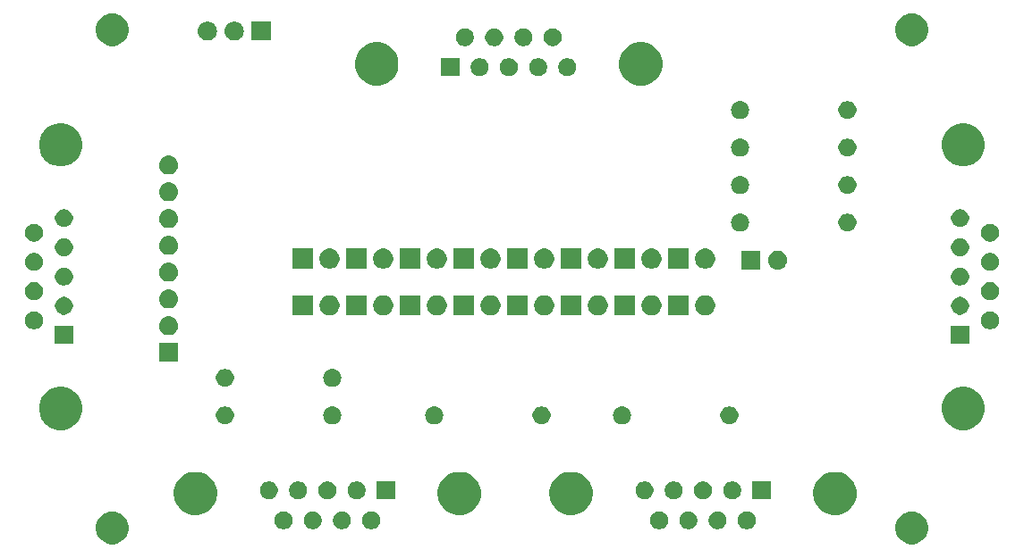
<source format=gts>
G04 #@! TF.GenerationSoftware,KiCad,Pcbnew,5.0.2-bee76a0~70~ubuntu14.04.1*
G04 #@! TF.CreationDate,2019-02-12T21:08:15+10:00*
G04 #@! TF.ProjectId,RS232Sniffer,52533233-3253-46e6-9966-6665722e6b69,rev?*
G04 #@! TF.SameCoordinates,Original*
G04 #@! TF.FileFunction,Soldermask,Top*
G04 #@! TF.FilePolarity,Negative*
%FSLAX46Y46*%
G04 Gerber Fmt 4.6, Leading zero omitted, Abs format (unit mm)*
G04 Created by KiCad (PCBNEW 5.0.2-bee76a0~70~ubuntu14.04.1) date Tue 12 Feb 2019 21:08:15 AEST*
%MOMM*%
%LPD*%
G01*
G04 APERTURE LIST*
%ADD10C,0.100000*%
G04 APERTURE END LIST*
D10*
G36*
X150720527Y-122440736D02*
X150820410Y-122460604D01*
X151102674Y-122577521D01*
X151356705Y-122747259D01*
X151572741Y-122963295D01*
X151742479Y-123217326D01*
X151859396Y-123499590D01*
X151919000Y-123799240D01*
X151919000Y-124104760D01*
X151859396Y-124404410D01*
X151742479Y-124686674D01*
X151572741Y-124940705D01*
X151356705Y-125156741D01*
X151102674Y-125326479D01*
X150820410Y-125443396D01*
X150720527Y-125463264D01*
X150520762Y-125503000D01*
X150215238Y-125503000D01*
X150015473Y-125463264D01*
X149915590Y-125443396D01*
X149633326Y-125326479D01*
X149379295Y-125156741D01*
X149163259Y-124940705D01*
X148993521Y-124686674D01*
X148876604Y-124404410D01*
X148817000Y-124104760D01*
X148817000Y-123799240D01*
X148876604Y-123499590D01*
X148993521Y-123217326D01*
X149163259Y-122963295D01*
X149379295Y-122747259D01*
X149633326Y-122577521D01*
X149915590Y-122460604D01*
X150015473Y-122440736D01*
X150215238Y-122401000D01*
X150520762Y-122401000D01*
X150720527Y-122440736D01*
X150720527Y-122440736D01*
G37*
G36*
X75028527Y-122440736D02*
X75128410Y-122460604D01*
X75410674Y-122577521D01*
X75664705Y-122747259D01*
X75880741Y-122963295D01*
X76050479Y-123217326D01*
X76167396Y-123499590D01*
X76227000Y-123799240D01*
X76227000Y-124104760D01*
X76167396Y-124404410D01*
X76050479Y-124686674D01*
X75880741Y-124940705D01*
X75664705Y-125156741D01*
X75410674Y-125326479D01*
X75128410Y-125443396D01*
X75028527Y-125463264D01*
X74828762Y-125503000D01*
X74523238Y-125503000D01*
X74323473Y-125463264D01*
X74223590Y-125443396D01*
X73941326Y-125326479D01*
X73687295Y-125156741D01*
X73471259Y-124940705D01*
X73301521Y-124686674D01*
X73184604Y-124404410D01*
X73125000Y-124104760D01*
X73125000Y-123799240D01*
X73184604Y-123499590D01*
X73301521Y-123217326D01*
X73471259Y-122963295D01*
X73687295Y-122747259D01*
X73941326Y-122577521D01*
X74223590Y-122460604D01*
X74323473Y-122440736D01*
X74523238Y-122401000D01*
X74828762Y-122401000D01*
X75028527Y-122440736D01*
X75028527Y-122440736D01*
G37*
G36*
X129467228Y-122417703D02*
X129622100Y-122481853D01*
X129761481Y-122574985D01*
X129880015Y-122693519D01*
X129973147Y-122832900D01*
X130037297Y-122987772D01*
X130070000Y-123152184D01*
X130070000Y-123319816D01*
X130037297Y-123484228D01*
X129973147Y-123639100D01*
X129880015Y-123778481D01*
X129761481Y-123897015D01*
X129622100Y-123990147D01*
X129467228Y-124054297D01*
X129302816Y-124087000D01*
X129135184Y-124087000D01*
X128970772Y-124054297D01*
X128815900Y-123990147D01*
X128676519Y-123897015D01*
X128557985Y-123778481D01*
X128464853Y-123639100D01*
X128400703Y-123484228D01*
X128368000Y-123319816D01*
X128368000Y-123152184D01*
X128400703Y-122987772D01*
X128464853Y-122832900D01*
X128557985Y-122693519D01*
X128676519Y-122574985D01*
X128815900Y-122481853D01*
X128970772Y-122417703D01*
X129135184Y-122385000D01*
X129302816Y-122385000D01*
X129467228Y-122417703D01*
X129467228Y-122417703D01*
G37*
G36*
X91137228Y-122417703D02*
X91292100Y-122481853D01*
X91431481Y-122574985D01*
X91550015Y-122693519D01*
X91643147Y-122832900D01*
X91707297Y-122987772D01*
X91740000Y-123152184D01*
X91740000Y-123319816D01*
X91707297Y-123484228D01*
X91643147Y-123639100D01*
X91550015Y-123778481D01*
X91431481Y-123897015D01*
X91292100Y-123990147D01*
X91137228Y-124054297D01*
X90972816Y-124087000D01*
X90805184Y-124087000D01*
X90640772Y-124054297D01*
X90485900Y-123990147D01*
X90346519Y-123897015D01*
X90227985Y-123778481D01*
X90134853Y-123639100D01*
X90070703Y-123484228D01*
X90038000Y-123319816D01*
X90038000Y-123152184D01*
X90070703Y-122987772D01*
X90134853Y-122832900D01*
X90227985Y-122693519D01*
X90346519Y-122574985D01*
X90485900Y-122481853D01*
X90640772Y-122417703D01*
X90805184Y-122385000D01*
X90972816Y-122385000D01*
X91137228Y-122417703D01*
X91137228Y-122417703D01*
G37*
G36*
X93907228Y-122417703D02*
X94062100Y-122481853D01*
X94201481Y-122574985D01*
X94320015Y-122693519D01*
X94413147Y-122832900D01*
X94477297Y-122987772D01*
X94510000Y-123152184D01*
X94510000Y-123319816D01*
X94477297Y-123484228D01*
X94413147Y-123639100D01*
X94320015Y-123778481D01*
X94201481Y-123897015D01*
X94062100Y-123990147D01*
X93907228Y-124054297D01*
X93742816Y-124087000D01*
X93575184Y-124087000D01*
X93410772Y-124054297D01*
X93255900Y-123990147D01*
X93116519Y-123897015D01*
X92997985Y-123778481D01*
X92904853Y-123639100D01*
X92840703Y-123484228D01*
X92808000Y-123319816D01*
X92808000Y-123152184D01*
X92840703Y-122987772D01*
X92904853Y-122832900D01*
X92997985Y-122693519D01*
X93116519Y-122574985D01*
X93255900Y-122481853D01*
X93410772Y-122417703D01*
X93575184Y-122385000D01*
X93742816Y-122385000D01*
X93907228Y-122417703D01*
X93907228Y-122417703D01*
G37*
G36*
X96677228Y-122417703D02*
X96832100Y-122481853D01*
X96971481Y-122574985D01*
X97090015Y-122693519D01*
X97183147Y-122832900D01*
X97247297Y-122987772D01*
X97280000Y-123152184D01*
X97280000Y-123319816D01*
X97247297Y-123484228D01*
X97183147Y-123639100D01*
X97090015Y-123778481D01*
X96971481Y-123897015D01*
X96832100Y-123990147D01*
X96677228Y-124054297D01*
X96512816Y-124087000D01*
X96345184Y-124087000D01*
X96180772Y-124054297D01*
X96025900Y-123990147D01*
X95886519Y-123897015D01*
X95767985Y-123778481D01*
X95674853Y-123639100D01*
X95610703Y-123484228D01*
X95578000Y-123319816D01*
X95578000Y-123152184D01*
X95610703Y-122987772D01*
X95674853Y-122832900D01*
X95767985Y-122693519D01*
X95886519Y-122574985D01*
X96025900Y-122481853D01*
X96180772Y-122417703D01*
X96345184Y-122385000D01*
X96512816Y-122385000D01*
X96677228Y-122417703D01*
X96677228Y-122417703D01*
G37*
G36*
X99447228Y-122417703D02*
X99602100Y-122481853D01*
X99741481Y-122574985D01*
X99860015Y-122693519D01*
X99953147Y-122832900D01*
X100017297Y-122987772D01*
X100050000Y-123152184D01*
X100050000Y-123319816D01*
X100017297Y-123484228D01*
X99953147Y-123639100D01*
X99860015Y-123778481D01*
X99741481Y-123897015D01*
X99602100Y-123990147D01*
X99447228Y-124054297D01*
X99282816Y-124087000D01*
X99115184Y-124087000D01*
X98950772Y-124054297D01*
X98795900Y-123990147D01*
X98656519Y-123897015D01*
X98537985Y-123778481D01*
X98444853Y-123639100D01*
X98380703Y-123484228D01*
X98348000Y-123319816D01*
X98348000Y-123152184D01*
X98380703Y-122987772D01*
X98444853Y-122832900D01*
X98537985Y-122693519D01*
X98656519Y-122574985D01*
X98795900Y-122481853D01*
X98950772Y-122417703D01*
X99115184Y-122385000D01*
X99282816Y-122385000D01*
X99447228Y-122417703D01*
X99447228Y-122417703D01*
G37*
G36*
X132237228Y-122417703D02*
X132392100Y-122481853D01*
X132531481Y-122574985D01*
X132650015Y-122693519D01*
X132743147Y-122832900D01*
X132807297Y-122987772D01*
X132840000Y-123152184D01*
X132840000Y-123319816D01*
X132807297Y-123484228D01*
X132743147Y-123639100D01*
X132650015Y-123778481D01*
X132531481Y-123897015D01*
X132392100Y-123990147D01*
X132237228Y-124054297D01*
X132072816Y-124087000D01*
X131905184Y-124087000D01*
X131740772Y-124054297D01*
X131585900Y-123990147D01*
X131446519Y-123897015D01*
X131327985Y-123778481D01*
X131234853Y-123639100D01*
X131170703Y-123484228D01*
X131138000Y-123319816D01*
X131138000Y-123152184D01*
X131170703Y-122987772D01*
X131234853Y-122832900D01*
X131327985Y-122693519D01*
X131446519Y-122574985D01*
X131585900Y-122481853D01*
X131740772Y-122417703D01*
X131905184Y-122385000D01*
X132072816Y-122385000D01*
X132237228Y-122417703D01*
X132237228Y-122417703D01*
G37*
G36*
X135007228Y-122417703D02*
X135162100Y-122481853D01*
X135301481Y-122574985D01*
X135420015Y-122693519D01*
X135513147Y-122832900D01*
X135577297Y-122987772D01*
X135610000Y-123152184D01*
X135610000Y-123319816D01*
X135577297Y-123484228D01*
X135513147Y-123639100D01*
X135420015Y-123778481D01*
X135301481Y-123897015D01*
X135162100Y-123990147D01*
X135007228Y-124054297D01*
X134842816Y-124087000D01*
X134675184Y-124087000D01*
X134510772Y-124054297D01*
X134355900Y-123990147D01*
X134216519Y-123897015D01*
X134097985Y-123778481D01*
X134004853Y-123639100D01*
X133940703Y-123484228D01*
X133908000Y-123319816D01*
X133908000Y-123152184D01*
X133940703Y-122987772D01*
X134004853Y-122832900D01*
X134097985Y-122693519D01*
X134216519Y-122574985D01*
X134355900Y-122481853D01*
X134510772Y-122417703D01*
X134675184Y-122385000D01*
X134842816Y-122385000D01*
X135007228Y-122417703D01*
X135007228Y-122417703D01*
G37*
G36*
X126697228Y-122417703D02*
X126852100Y-122481853D01*
X126991481Y-122574985D01*
X127110015Y-122693519D01*
X127203147Y-122832900D01*
X127267297Y-122987772D01*
X127300000Y-123152184D01*
X127300000Y-123319816D01*
X127267297Y-123484228D01*
X127203147Y-123639100D01*
X127110015Y-123778481D01*
X126991481Y-123897015D01*
X126852100Y-123990147D01*
X126697228Y-124054297D01*
X126532816Y-124087000D01*
X126365184Y-124087000D01*
X126200772Y-124054297D01*
X126045900Y-123990147D01*
X125906519Y-123897015D01*
X125787985Y-123778481D01*
X125694853Y-123639100D01*
X125630703Y-123484228D01*
X125598000Y-123319816D01*
X125598000Y-123152184D01*
X125630703Y-122987772D01*
X125694853Y-122832900D01*
X125787985Y-122693519D01*
X125906519Y-122574985D01*
X126045900Y-122481853D01*
X126200772Y-122417703D01*
X126365184Y-122385000D01*
X126532816Y-122385000D01*
X126697228Y-122417703D01*
X126697228Y-122417703D01*
G37*
G36*
X118702252Y-118723818D02*
X118702254Y-118723819D01*
X118702255Y-118723819D01*
X119075513Y-118878427D01*
X119075514Y-118878428D01*
X119411439Y-119102886D01*
X119697114Y-119388561D01*
X119697116Y-119388564D01*
X119921573Y-119724487D01*
X120032753Y-119992900D01*
X120076182Y-120097748D01*
X120155000Y-120493993D01*
X120155000Y-120898007D01*
X120123372Y-121057014D01*
X120076181Y-121294255D01*
X119921573Y-121667513D01*
X119921572Y-121667514D01*
X119697114Y-122003439D01*
X119411439Y-122289114D01*
X119411436Y-122289116D01*
X119075513Y-122513573D01*
X118702255Y-122668181D01*
X118702254Y-122668181D01*
X118702252Y-122668182D01*
X118306007Y-122747000D01*
X117901993Y-122747000D01*
X117505748Y-122668182D01*
X117505746Y-122668181D01*
X117505745Y-122668181D01*
X117132487Y-122513573D01*
X116796564Y-122289116D01*
X116796561Y-122289114D01*
X116510886Y-122003439D01*
X116286428Y-121667514D01*
X116286427Y-121667513D01*
X116131819Y-121294255D01*
X116084629Y-121057014D01*
X116053000Y-120898007D01*
X116053000Y-120493993D01*
X116131818Y-120097748D01*
X116175247Y-119992900D01*
X116286427Y-119724487D01*
X116510884Y-119388564D01*
X116510886Y-119388561D01*
X116796561Y-119102886D01*
X117132486Y-118878428D01*
X117132487Y-118878427D01*
X117505745Y-118723819D01*
X117505746Y-118723819D01*
X117505748Y-118723818D01*
X117901993Y-118645000D01*
X118306007Y-118645000D01*
X118702252Y-118723818D01*
X118702252Y-118723818D01*
G37*
G36*
X108142252Y-118723818D02*
X108142254Y-118723819D01*
X108142255Y-118723819D01*
X108515513Y-118878427D01*
X108515514Y-118878428D01*
X108851439Y-119102886D01*
X109137114Y-119388561D01*
X109137116Y-119388564D01*
X109361573Y-119724487D01*
X109472753Y-119992900D01*
X109516182Y-120097748D01*
X109595000Y-120493993D01*
X109595000Y-120898007D01*
X109563372Y-121057014D01*
X109516181Y-121294255D01*
X109361573Y-121667513D01*
X109361572Y-121667514D01*
X109137114Y-122003439D01*
X108851439Y-122289114D01*
X108851436Y-122289116D01*
X108515513Y-122513573D01*
X108142255Y-122668181D01*
X108142254Y-122668181D01*
X108142252Y-122668182D01*
X107746007Y-122747000D01*
X107341993Y-122747000D01*
X106945748Y-122668182D01*
X106945746Y-122668181D01*
X106945745Y-122668181D01*
X106572487Y-122513573D01*
X106236564Y-122289116D01*
X106236561Y-122289114D01*
X105950886Y-122003439D01*
X105726428Y-121667514D01*
X105726427Y-121667513D01*
X105571819Y-121294255D01*
X105524629Y-121057014D01*
X105493000Y-120898007D01*
X105493000Y-120493993D01*
X105571818Y-120097748D01*
X105615247Y-119992900D01*
X105726427Y-119724487D01*
X105950884Y-119388564D01*
X105950886Y-119388561D01*
X106236561Y-119102886D01*
X106572486Y-118878428D01*
X106572487Y-118878427D01*
X106945745Y-118723819D01*
X106945746Y-118723819D01*
X106945748Y-118723818D01*
X107341993Y-118645000D01*
X107746007Y-118645000D01*
X108142252Y-118723818D01*
X108142252Y-118723818D01*
G37*
G36*
X143702252Y-118723818D02*
X143702254Y-118723819D01*
X143702255Y-118723819D01*
X144075513Y-118878427D01*
X144075514Y-118878428D01*
X144411439Y-119102886D01*
X144697114Y-119388561D01*
X144697116Y-119388564D01*
X144921573Y-119724487D01*
X145032753Y-119992900D01*
X145076182Y-120097748D01*
X145155000Y-120493993D01*
X145155000Y-120898007D01*
X145123372Y-121057014D01*
X145076181Y-121294255D01*
X144921573Y-121667513D01*
X144921572Y-121667514D01*
X144697114Y-122003439D01*
X144411439Y-122289114D01*
X144411436Y-122289116D01*
X144075513Y-122513573D01*
X143702255Y-122668181D01*
X143702254Y-122668181D01*
X143702252Y-122668182D01*
X143306007Y-122747000D01*
X142901993Y-122747000D01*
X142505748Y-122668182D01*
X142505746Y-122668181D01*
X142505745Y-122668181D01*
X142132487Y-122513573D01*
X141796564Y-122289116D01*
X141796561Y-122289114D01*
X141510886Y-122003439D01*
X141286428Y-121667514D01*
X141286427Y-121667513D01*
X141131819Y-121294255D01*
X141084629Y-121057014D01*
X141053000Y-120898007D01*
X141053000Y-120493993D01*
X141131818Y-120097748D01*
X141175247Y-119992900D01*
X141286427Y-119724487D01*
X141510884Y-119388564D01*
X141510886Y-119388561D01*
X141796561Y-119102886D01*
X142132486Y-118878428D01*
X142132487Y-118878427D01*
X142505745Y-118723819D01*
X142505746Y-118723819D01*
X142505748Y-118723818D01*
X142901993Y-118645000D01*
X143306007Y-118645000D01*
X143702252Y-118723818D01*
X143702252Y-118723818D01*
G37*
G36*
X83142252Y-118723818D02*
X83142254Y-118723819D01*
X83142255Y-118723819D01*
X83515513Y-118878427D01*
X83515514Y-118878428D01*
X83851439Y-119102886D01*
X84137114Y-119388561D01*
X84137116Y-119388564D01*
X84361573Y-119724487D01*
X84472753Y-119992900D01*
X84516182Y-120097748D01*
X84595000Y-120493993D01*
X84595000Y-120898007D01*
X84563372Y-121057014D01*
X84516181Y-121294255D01*
X84361573Y-121667513D01*
X84361572Y-121667514D01*
X84137114Y-122003439D01*
X83851439Y-122289114D01*
X83851436Y-122289116D01*
X83515513Y-122513573D01*
X83142255Y-122668181D01*
X83142254Y-122668181D01*
X83142252Y-122668182D01*
X82746007Y-122747000D01*
X82341993Y-122747000D01*
X81945748Y-122668182D01*
X81945746Y-122668181D01*
X81945745Y-122668181D01*
X81572487Y-122513573D01*
X81236564Y-122289116D01*
X81236561Y-122289114D01*
X80950886Y-122003439D01*
X80726428Y-121667514D01*
X80726427Y-121667513D01*
X80571819Y-121294255D01*
X80524629Y-121057014D01*
X80493000Y-120898007D01*
X80493000Y-120493993D01*
X80571818Y-120097748D01*
X80615247Y-119992900D01*
X80726427Y-119724487D01*
X80950884Y-119388564D01*
X80950886Y-119388561D01*
X81236561Y-119102886D01*
X81572486Y-118878428D01*
X81572487Y-118878427D01*
X81945745Y-118723819D01*
X81945746Y-118723819D01*
X81945748Y-118723818D01*
X82341993Y-118645000D01*
X82746007Y-118645000D01*
X83142252Y-118723818D01*
X83142252Y-118723818D01*
G37*
G36*
X92522228Y-119577703D02*
X92677100Y-119641853D01*
X92816481Y-119734985D01*
X92935015Y-119853519D01*
X93028147Y-119992900D01*
X93092297Y-120147772D01*
X93125000Y-120312184D01*
X93125000Y-120479816D01*
X93092297Y-120644228D01*
X93028147Y-120799100D01*
X92935015Y-120938481D01*
X92816481Y-121057015D01*
X92677100Y-121150147D01*
X92522228Y-121214297D01*
X92357816Y-121247000D01*
X92190184Y-121247000D01*
X92025772Y-121214297D01*
X91870900Y-121150147D01*
X91731519Y-121057015D01*
X91612985Y-120938481D01*
X91519853Y-120799100D01*
X91455703Y-120644228D01*
X91423000Y-120479816D01*
X91423000Y-120312184D01*
X91455703Y-120147772D01*
X91519853Y-119992900D01*
X91612985Y-119853519D01*
X91731519Y-119734985D01*
X91870900Y-119641853D01*
X92025772Y-119577703D01*
X92190184Y-119545000D01*
X92357816Y-119545000D01*
X92522228Y-119577703D01*
X92522228Y-119577703D01*
G37*
G36*
X98062228Y-119577703D02*
X98217100Y-119641853D01*
X98356481Y-119734985D01*
X98475015Y-119853519D01*
X98568147Y-119992900D01*
X98632297Y-120147772D01*
X98665000Y-120312184D01*
X98665000Y-120479816D01*
X98632297Y-120644228D01*
X98568147Y-120799100D01*
X98475015Y-120938481D01*
X98356481Y-121057015D01*
X98217100Y-121150147D01*
X98062228Y-121214297D01*
X97897816Y-121247000D01*
X97730184Y-121247000D01*
X97565772Y-121214297D01*
X97410900Y-121150147D01*
X97271519Y-121057015D01*
X97152985Y-120938481D01*
X97059853Y-120799100D01*
X96995703Y-120644228D01*
X96963000Y-120479816D01*
X96963000Y-120312184D01*
X96995703Y-120147772D01*
X97059853Y-119992900D01*
X97152985Y-119853519D01*
X97271519Y-119734985D01*
X97410900Y-119641853D01*
X97565772Y-119577703D01*
X97730184Y-119545000D01*
X97897816Y-119545000D01*
X98062228Y-119577703D01*
X98062228Y-119577703D01*
G37*
G36*
X101435000Y-121247000D02*
X99733000Y-121247000D01*
X99733000Y-119545000D01*
X101435000Y-119545000D01*
X101435000Y-121247000D01*
X101435000Y-121247000D01*
G37*
G36*
X136995000Y-121247000D02*
X135293000Y-121247000D01*
X135293000Y-119545000D01*
X136995000Y-119545000D01*
X136995000Y-121247000D01*
X136995000Y-121247000D01*
G37*
G36*
X133622228Y-119577703D02*
X133777100Y-119641853D01*
X133916481Y-119734985D01*
X134035015Y-119853519D01*
X134128147Y-119992900D01*
X134192297Y-120147772D01*
X134225000Y-120312184D01*
X134225000Y-120479816D01*
X134192297Y-120644228D01*
X134128147Y-120799100D01*
X134035015Y-120938481D01*
X133916481Y-121057015D01*
X133777100Y-121150147D01*
X133622228Y-121214297D01*
X133457816Y-121247000D01*
X133290184Y-121247000D01*
X133125772Y-121214297D01*
X132970900Y-121150147D01*
X132831519Y-121057015D01*
X132712985Y-120938481D01*
X132619853Y-120799100D01*
X132555703Y-120644228D01*
X132523000Y-120479816D01*
X132523000Y-120312184D01*
X132555703Y-120147772D01*
X132619853Y-119992900D01*
X132712985Y-119853519D01*
X132831519Y-119734985D01*
X132970900Y-119641853D01*
X133125772Y-119577703D01*
X133290184Y-119545000D01*
X133457816Y-119545000D01*
X133622228Y-119577703D01*
X133622228Y-119577703D01*
G37*
G36*
X130852228Y-119577703D02*
X131007100Y-119641853D01*
X131146481Y-119734985D01*
X131265015Y-119853519D01*
X131358147Y-119992900D01*
X131422297Y-120147772D01*
X131455000Y-120312184D01*
X131455000Y-120479816D01*
X131422297Y-120644228D01*
X131358147Y-120799100D01*
X131265015Y-120938481D01*
X131146481Y-121057015D01*
X131007100Y-121150147D01*
X130852228Y-121214297D01*
X130687816Y-121247000D01*
X130520184Y-121247000D01*
X130355772Y-121214297D01*
X130200900Y-121150147D01*
X130061519Y-121057015D01*
X129942985Y-120938481D01*
X129849853Y-120799100D01*
X129785703Y-120644228D01*
X129753000Y-120479816D01*
X129753000Y-120312184D01*
X129785703Y-120147772D01*
X129849853Y-119992900D01*
X129942985Y-119853519D01*
X130061519Y-119734985D01*
X130200900Y-119641853D01*
X130355772Y-119577703D01*
X130520184Y-119545000D01*
X130687816Y-119545000D01*
X130852228Y-119577703D01*
X130852228Y-119577703D01*
G37*
G36*
X128082228Y-119577703D02*
X128237100Y-119641853D01*
X128376481Y-119734985D01*
X128495015Y-119853519D01*
X128588147Y-119992900D01*
X128652297Y-120147772D01*
X128685000Y-120312184D01*
X128685000Y-120479816D01*
X128652297Y-120644228D01*
X128588147Y-120799100D01*
X128495015Y-120938481D01*
X128376481Y-121057015D01*
X128237100Y-121150147D01*
X128082228Y-121214297D01*
X127917816Y-121247000D01*
X127750184Y-121247000D01*
X127585772Y-121214297D01*
X127430900Y-121150147D01*
X127291519Y-121057015D01*
X127172985Y-120938481D01*
X127079853Y-120799100D01*
X127015703Y-120644228D01*
X126983000Y-120479816D01*
X126983000Y-120312184D01*
X127015703Y-120147772D01*
X127079853Y-119992900D01*
X127172985Y-119853519D01*
X127291519Y-119734985D01*
X127430900Y-119641853D01*
X127585772Y-119577703D01*
X127750184Y-119545000D01*
X127917816Y-119545000D01*
X128082228Y-119577703D01*
X128082228Y-119577703D01*
G37*
G36*
X125312228Y-119577703D02*
X125467100Y-119641853D01*
X125606481Y-119734985D01*
X125725015Y-119853519D01*
X125818147Y-119992900D01*
X125882297Y-120147772D01*
X125915000Y-120312184D01*
X125915000Y-120479816D01*
X125882297Y-120644228D01*
X125818147Y-120799100D01*
X125725015Y-120938481D01*
X125606481Y-121057015D01*
X125467100Y-121150147D01*
X125312228Y-121214297D01*
X125147816Y-121247000D01*
X124980184Y-121247000D01*
X124815772Y-121214297D01*
X124660900Y-121150147D01*
X124521519Y-121057015D01*
X124402985Y-120938481D01*
X124309853Y-120799100D01*
X124245703Y-120644228D01*
X124213000Y-120479816D01*
X124213000Y-120312184D01*
X124245703Y-120147772D01*
X124309853Y-119992900D01*
X124402985Y-119853519D01*
X124521519Y-119734985D01*
X124660900Y-119641853D01*
X124815772Y-119577703D01*
X124980184Y-119545000D01*
X125147816Y-119545000D01*
X125312228Y-119577703D01*
X125312228Y-119577703D01*
G37*
G36*
X95292228Y-119577703D02*
X95447100Y-119641853D01*
X95586481Y-119734985D01*
X95705015Y-119853519D01*
X95798147Y-119992900D01*
X95862297Y-120147772D01*
X95895000Y-120312184D01*
X95895000Y-120479816D01*
X95862297Y-120644228D01*
X95798147Y-120799100D01*
X95705015Y-120938481D01*
X95586481Y-121057015D01*
X95447100Y-121150147D01*
X95292228Y-121214297D01*
X95127816Y-121247000D01*
X94960184Y-121247000D01*
X94795772Y-121214297D01*
X94640900Y-121150147D01*
X94501519Y-121057015D01*
X94382985Y-120938481D01*
X94289853Y-120799100D01*
X94225703Y-120644228D01*
X94193000Y-120479816D01*
X94193000Y-120312184D01*
X94225703Y-120147772D01*
X94289853Y-119992900D01*
X94382985Y-119853519D01*
X94501519Y-119734985D01*
X94640900Y-119641853D01*
X94795772Y-119577703D01*
X94960184Y-119545000D01*
X95127816Y-119545000D01*
X95292228Y-119577703D01*
X95292228Y-119577703D01*
G37*
G36*
X89752228Y-119577703D02*
X89907100Y-119641853D01*
X90046481Y-119734985D01*
X90165015Y-119853519D01*
X90258147Y-119992900D01*
X90322297Y-120147772D01*
X90355000Y-120312184D01*
X90355000Y-120479816D01*
X90322297Y-120644228D01*
X90258147Y-120799100D01*
X90165015Y-120938481D01*
X90046481Y-121057015D01*
X89907100Y-121150147D01*
X89752228Y-121214297D01*
X89587816Y-121247000D01*
X89420184Y-121247000D01*
X89255772Y-121214297D01*
X89100900Y-121150147D01*
X88961519Y-121057015D01*
X88842985Y-120938481D01*
X88749853Y-120799100D01*
X88685703Y-120644228D01*
X88653000Y-120479816D01*
X88653000Y-120312184D01*
X88685703Y-120147772D01*
X88749853Y-119992900D01*
X88842985Y-119853519D01*
X88961519Y-119734985D01*
X89100900Y-119641853D01*
X89255772Y-119577703D01*
X89420184Y-119545000D01*
X89587816Y-119545000D01*
X89752228Y-119577703D01*
X89752228Y-119577703D01*
G37*
G36*
X155838252Y-110651818D02*
X155838254Y-110651819D01*
X155838255Y-110651819D01*
X156211513Y-110806427D01*
X156211514Y-110806428D01*
X156547439Y-111030886D01*
X156833114Y-111316561D01*
X156833116Y-111316564D01*
X157057573Y-111652487D01*
X157212181Y-112025745D01*
X157212182Y-112025748D01*
X157291000Y-112421993D01*
X157291000Y-112826007D01*
X157216572Y-113200184D01*
X157212181Y-113222255D01*
X157057573Y-113595513D01*
X157057572Y-113595514D01*
X156833114Y-113931439D01*
X156547439Y-114217114D01*
X156547436Y-114217116D01*
X156211513Y-114441573D01*
X155838255Y-114596181D01*
X155838254Y-114596181D01*
X155838252Y-114596182D01*
X155442007Y-114675000D01*
X155037993Y-114675000D01*
X154641748Y-114596182D01*
X154641746Y-114596181D01*
X154641745Y-114596181D01*
X154268487Y-114441573D01*
X153932564Y-114217116D01*
X153932561Y-114217114D01*
X153646886Y-113931439D01*
X153422428Y-113595514D01*
X153422427Y-113595513D01*
X153267819Y-113222255D01*
X153263429Y-113200184D01*
X153189000Y-112826007D01*
X153189000Y-112421993D01*
X153267818Y-112025748D01*
X153267819Y-112025745D01*
X153422427Y-111652487D01*
X153646884Y-111316564D01*
X153646886Y-111316561D01*
X153932561Y-111030886D01*
X154268486Y-110806428D01*
X154268487Y-110806427D01*
X154641745Y-110651819D01*
X154641746Y-110651819D01*
X154641748Y-110651818D01*
X155037993Y-110573000D01*
X155442007Y-110573000D01*
X155838252Y-110651818D01*
X155838252Y-110651818D01*
G37*
G36*
X70402252Y-110651818D02*
X70402254Y-110651819D01*
X70402255Y-110651819D01*
X70775513Y-110806427D01*
X70775514Y-110806428D01*
X71111439Y-111030886D01*
X71397114Y-111316561D01*
X71397116Y-111316564D01*
X71621573Y-111652487D01*
X71776181Y-112025745D01*
X71776182Y-112025748D01*
X71855000Y-112421993D01*
X71855000Y-112826007D01*
X71780572Y-113200184D01*
X71776181Y-113222255D01*
X71621573Y-113595513D01*
X71621572Y-113595514D01*
X71397114Y-113931439D01*
X71111439Y-114217114D01*
X71111436Y-114217116D01*
X70775513Y-114441573D01*
X70402255Y-114596181D01*
X70402254Y-114596181D01*
X70402252Y-114596182D01*
X70006007Y-114675000D01*
X69601993Y-114675000D01*
X69205748Y-114596182D01*
X69205746Y-114596181D01*
X69205745Y-114596181D01*
X68832487Y-114441573D01*
X68496564Y-114217116D01*
X68496561Y-114217114D01*
X68210886Y-113931439D01*
X67986428Y-113595514D01*
X67986427Y-113595513D01*
X67831819Y-113222255D01*
X67827429Y-113200184D01*
X67753000Y-112826007D01*
X67753000Y-112421993D01*
X67831818Y-112025748D01*
X67831819Y-112025745D01*
X67986427Y-111652487D01*
X68210884Y-111316564D01*
X68210886Y-111316561D01*
X68496561Y-111030886D01*
X68832486Y-110806428D01*
X68832487Y-110806427D01*
X69205745Y-110651819D01*
X69205746Y-110651819D01*
X69205748Y-110651818D01*
X69601993Y-110573000D01*
X70006007Y-110573000D01*
X70402252Y-110651818D01*
X70402252Y-110651818D01*
G37*
G36*
X123102821Y-112445313D02*
X123102824Y-112445314D01*
X123102825Y-112445314D01*
X123263239Y-112493975D01*
X123263241Y-112493976D01*
X123263244Y-112493977D01*
X123411078Y-112572995D01*
X123540659Y-112679341D01*
X123647005Y-112808922D01*
X123726023Y-112956756D01*
X123726024Y-112956759D01*
X123726025Y-112956761D01*
X123774686Y-113117175D01*
X123774687Y-113117179D01*
X123791117Y-113284000D01*
X123774687Y-113450821D01*
X123774686Y-113450824D01*
X123774686Y-113450825D01*
X123749993Y-113532228D01*
X123726023Y-113611244D01*
X123647005Y-113759078D01*
X123540659Y-113888659D01*
X123411078Y-113995005D01*
X123263244Y-114074023D01*
X123263241Y-114074024D01*
X123263239Y-114074025D01*
X123102825Y-114122686D01*
X123102824Y-114122686D01*
X123102821Y-114122687D01*
X122977804Y-114135000D01*
X122894196Y-114135000D01*
X122769179Y-114122687D01*
X122769176Y-114122686D01*
X122769175Y-114122686D01*
X122608761Y-114074025D01*
X122608759Y-114074024D01*
X122608756Y-114074023D01*
X122460922Y-113995005D01*
X122331341Y-113888659D01*
X122224995Y-113759078D01*
X122145977Y-113611244D01*
X122122008Y-113532228D01*
X122097314Y-113450825D01*
X122097314Y-113450824D01*
X122097313Y-113450821D01*
X122080883Y-113284000D01*
X122097313Y-113117179D01*
X122097314Y-113117175D01*
X122145975Y-112956761D01*
X122145976Y-112956759D01*
X122145977Y-112956756D01*
X122224995Y-112808922D01*
X122331341Y-112679341D01*
X122460922Y-112572995D01*
X122608756Y-112493977D01*
X122608759Y-112493976D01*
X122608761Y-112493975D01*
X122769175Y-112445314D01*
X122769176Y-112445314D01*
X122769179Y-112445313D01*
X122894196Y-112433000D01*
X122977804Y-112433000D01*
X123102821Y-112445313D01*
X123102821Y-112445313D01*
G37*
G36*
X133344228Y-112465703D02*
X133499100Y-112529853D01*
X133638481Y-112622985D01*
X133757015Y-112741519D01*
X133850147Y-112880900D01*
X133914297Y-113035772D01*
X133947000Y-113200184D01*
X133947000Y-113367816D01*
X133914297Y-113532228D01*
X133850147Y-113687100D01*
X133757015Y-113826481D01*
X133638481Y-113945015D01*
X133499100Y-114038147D01*
X133344228Y-114102297D01*
X133179816Y-114135000D01*
X133012184Y-114135000D01*
X132847772Y-114102297D01*
X132692900Y-114038147D01*
X132553519Y-113945015D01*
X132434985Y-113826481D01*
X132341853Y-113687100D01*
X132277703Y-113532228D01*
X132245000Y-113367816D01*
X132245000Y-113200184D01*
X132277703Y-113035772D01*
X132341853Y-112880900D01*
X132434985Y-112741519D01*
X132553519Y-112622985D01*
X132692900Y-112529853D01*
X132847772Y-112465703D01*
X133012184Y-112433000D01*
X133179816Y-112433000D01*
X133344228Y-112465703D01*
X133344228Y-112465703D01*
G37*
G36*
X95670821Y-112445313D02*
X95670824Y-112445314D01*
X95670825Y-112445314D01*
X95831239Y-112493975D01*
X95831241Y-112493976D01*
X95831244Y-112493977D01*
X95979078Y-112572995D01*
X96108659Y-112679341D01*
X96215005Y-112808922D01*
X96294023Y-112956756D01*
X96294024Y-112956759D01*
X96294025Y-112956761D01*
X96342686Y-113117175D01*
X96342687Y-113117179D01*
X96359117Y-113284000D01*
X96342687Y-113450821D01*
X96342686Y-113450824D01*
X96342686Y-113450825D01*
X96317993Y-113532228D01*
X96294023Y-113611244D01*
X96215005Y-113759078D01*
X96108659Y-113888659D01*
X95979078Y-113995005D01*
X95831244Y-114074023D01*
X95831241Y-114074024D01*
X95831239Y-114074025D01*
X95670825Y-114122686D01*
X95670824Y-114122686D01*
X95670821Y-114122687D01*
X95545804Y-114135000D01*
X95462196Y-114135000D01*
X95337179Y-114122687D01*
X95337176Y-114122686D01*
X95337175Y-114122686D01*
X95176761Y-114074025D01*
X95176759Y-114074024D01*
X95176756Y-114074023D01*
X95028922Y-113995005D01*
X94899341Y-113888659D01*
X94792995Y-113759078D01*
X94713977Y-113611244D01*
X94690008Y-113532228D01*
X94665314Y-113450825D01*
X94665314Y-113450824D01*
X94665313Y-113450821D01*
X94648883Y-113284000D01*
X94665313Y-113117179D01*
X94665314Y-113117175D01*
X94713975Y-112956761D01*
X94713976Y-112956759D01*
X94713977Y-112956756D01*
X94792995Y-112808922D01*
X94899341Y-112679341D01*
X95028922Y-112572995D01*
X95176756Y-112493977D01*
X95176759Y-112493976D01*
X95176761Y-112493975D01*
X95337175Y-112445314D01*
X95337176Y-112445314D01*
X95337179Y-112445313D01*
X95462196Y-112433000D01*
X95545804Y-112433000D01*
X95670821Y-112445313D01*
X95670821Y-112445313D01*
G37*
G36*
X115564228Y-112465703D02*
X115719100Y-112529853D01*
X115858481Y-112622985D01*
X115977015Y-112741519D01*
X116070147Y-112880900D01*
X116134297Y-113035772D01*
X116167000Y-113200184D01*
X116167000Y-113367816D01*
X116134297Y-113532228D01*
X116070147Y-113687100D01*
X115977015Y-113826481D01*
X115858481Y-113945015D01*
X115719100Y-114038147D01*
X115564228Y-114102297D01*
X115399816Y-114135000D01*
X115232184Y-114135000D01*
X115067772Y-114102297D01*
X114912900Y-114038147D01*
X114773519Y-113945015D01*
X114654985Y-113826481D01*
X114561853Y-113687100D01*
X114497703Y-113532228D01*
X114465000Y-113367816D01*
X114465000Y-113200184D01*
X114497703Y-113035772D01*
X114561853Y-112880900D01*
X114654985Y-112741519D01*
X114773519Y-112622985D01*
X114912900Y-112529853D01*
X115067772Y-112465703D01*
X115232184Y-112433000D01*
X115399816Y-112433000D01*
X115564228Y-112465703D01*
X115564228Y-112465703D01*
G37*
G36*
X105322821Y-112445313D02*
X105322824Y-112445314D01*
X105322825Y-112445314D01*
X105483239Y-112493975D01*
X105483241Y-112493976D01*
X105483244Y-112493977D01*
X105631078Y-112572995D01*
X105760659Y-112679341D01*
X105867005Y-112808922D01*
X105946023Y-112956756D01*
X105946024Y-112956759D01*
X105946025Y-112956761D01*
X105994686Y-113117175D01*
X105994687Y-113117179D01*
X106011117Y-113284000D01*
X105994687Y-113450821D01*
X105994686Y-113450824D01*
X105994686Y-113450825D01*
X105969993Y-113532228D01*
X105946023Y-113611244D01*
X105867005Y-113759078D01*
X105760659Y-113888659D01*
X105631078Y-113995005D01*
X105483244Y-114074023D01*
X105483241Y-114074024D01*
X105483239Y-114074025D01*
X105322825Y-114122686D01*
X105322824Y-114122686D01*
X105322821Y-114122687D01*
X105197804Y-114135000D01*
X105114196Y-114135000D01*
X104989179Y-114122687D01*
X104989176Y-114122686D01*
X104989175Y-114122686D01*
X104828761Y-114074025D01*
X104828759Y-114074024D01*
X104828756Y-114074023D01*
X104680922Y-113995005D01*
X104551341Y-113888659D01*
X104444995Y-113759078D01*
X104365977Y-113611244D01*
X104342008Y-113532228D01*
X104317314Y-113450825D01*
X104317314Y-113450824D01*
X104317313Y-113450821D01*
X104300883Y-113284000D01*
X104317313Y-113117179D01*
X104317314Y-113117175D01*
X104365975Y-112956761D01*
X104365976Y-112956759D01*
X104365977Y-112956756D01*
X104444995Y-112808922D01*
X104551341Y-112679341D01*
X104680922Y-112572995D01*
X104828756Y-112493977D01*
X104828759Y-112493976D01*
X104828761Y-112493975D01*
X104989175Y-112445314D01*
X104989176Y-112445314D01*
X104989179Y-112445313D01*
X105114196Y-112433000D01*
X105197804Y-112433000D01*
X105322821Y-112445313D01*
X105322821Y-112445313D01*
G37*
G36*
X85592228Y-112465703D02*
X85747100Y-112529853D01*
X85886481Y-112622985D01*
X86005015Y-112741519D01*
X86098147Y-112880900D01*
X86162297Y-113035772D01*
X86195000Y-113200184D01*
X86195000Y-113367816D01*
X86162297Y-113532228D01*
X86098147Y-113687100D01*
X86005015Y-113826481D01*
X85886481Y-113945015D01*
X85747100Y-114038147D01*
X85592228Y-114102297D01*
X85427816Y-114135000D01*
X85260184Y-114135000D01*
X85095772Y-114102297D01*
X84940900Y-114038147D01*
X84801519Y-113945015D01*
X84682985Y-113826481D01*
X84589853Y-113687100D01*
X84525703Y-113532228D01*
X84493000Y-113367816D01*
X84493000Y-113200184D01*
X84525703Y-113035772D01*
X84589853Y-112880900D01*
X84682985Y-112741519D01*
X84801519Y-112622985D01*
X84940900Y-112529853D01*
X85095772Y-112465703D01*
X85260184Y-112433000D01*
X85427816Y-112433000D01*
X85592228Y-112465703D01*
X85592228Y-112465703D01*
G37*
G36*
X85592228Y-108909703D02*
X85747100Y-108973853D01*
X85886481Y-109066985D01*
X86005015Y-109185519D01*
X86098147Y-109324900D01*
X86162297Y-109479772D01*
X86195000Y-109644184D01*
X86195000Y-109811816D01*
X86162297Y-109976228D01*
X86098147Y-110131100D01*
X86005015Y-110270481D01*
X85886481Y-110389015D01*
X85747100Y-110482147D01*
X85592228Y-110546297D01*
X85427816Y-110579000D01*
X85260184Y-110579000D01*
X85095772Y-110546297D01*
X84940900Y-110482147D01*
X84801519Y-110389015D01*
X84682985Y-110270481D01*
X84589853Y-110131100D01*
X84525703Y-109976228D01*
X84493000Y-109811816D01*
X84493000Y-109644184D01*
X84525703Y-109479772D01*
X84589853Y-109324900D01*
X84682985Y-109185519D01*
X84801519Y-109066985D01*
X84940900Y-108973853D01*
X85095772Y-108909703D01*
X85260184Y-108877000D01*
X85427816Y-108877000D01*
X85592228Y-108909703D01*
X85592228Y-108909703D01*
G37*
G36*
X95670821Y-108889313D02*
X95670824Y-108889314D01*
X95670825Y-108889314D01*
X95831239Y-108937975D01*
X95831241Y-108937976D01*
X95831244Y-108937977D01*
X95979078Y-109016995D01*
X96108659Y-109123341D01*
X96215005Y-109252922D01*
X96294023Y-109400756D01*
X96294024Y-109400759D01*
X96294025Y-109400761D01*
X96342686Y-109561175D01*
X96342687Y-109561179D01*
X96359117Y-109728000D01*
X96342687Y-109894821D01*
X96342686Y-109894824D01*
X96342686Y-109894825D01*
X96317993Y-109976228D01*
X96294023Y-110055244D01*
X96215005Y-110203078D01*
X96108659Y-110332659D01*
X95979078Y-110439005D01*
X95831244Y-110518023D01*
X95831241Y-110518024D01*
X95831239Y-110518025D01*
X95670825Y-110566686D01*
X95670824Y-110566686D01*
X95670821Y-110566687D01*
X95545804Y-110579000D01*
X95462196Y-110579000D01*
X95337179Y-110566687D01*
X95337176Y-110566686D01*
X95337175Y-110566686D01*
X95176761Y-110518025D01*
X95176759Y-110518024D01*
X95176756Y-110518023D01*
X95028922Y-110439005D01*
X94899341Y-110332659D01*
X94792995Y-110203078D01*
X94713977Y-110055244D01*
X94690008Y-109976228D01*
X94665314Y-109894825D01*
X94665314Y-109894824D01*
X94665313Y-109894821D01*
X94648883Y-109728000D01*
X94665313Y-109561179D01*
X94665314Y-109561175D01*
X94713975Y-109400761D01*
X94713976Y-109400759D01*
X94713977Y-109400756D01*
X94792995Y-109252922D01*
X94899341Y-109123341D01*
X95028922Y-109016995D01*
X95176756Y-108937977D01*
X95176759Y-108937976D01*
X95176761Y-108937975D01*
X95337175Y-108889314D01*
X95337176Y-108889314D01*
X95337179Y-108889313D01*
X95462196Y-108877000D01*
X95545804Y-108877000D01*
X95670821Y-108889313D01*
X95670821Y-108889313D01*
G37*
G36*
X80911000Y-108216000D02*
X79109000Y-108216000D01*
X79109000Y-106414000D01*
X80911000Y-106414000D01*
X80911000Y-108216000D01*
X80911000Y-108216000D01*
G37*
G36*
X70955000Y-106515000D02*
X69253000Y-106515000D01*
X69253000Y-104813000D01*
X70955000Y-104813000D01*
X70955000Y-106515000D01*
X70955000Y-106515000D01*
G37*
G36*
X155791000Y-106515000D02*
X154089000Y-106515000D01*
X154089000Y-104813000D01*
X155791000Y-104813000D01*
X155791000Y-106515000D01*
X155791000Y-106515000D01*
G37*
G36*
X80120443Y-103880519D02*
X80186627Y-103887037D01*
X80299853Y-103921384D01*
X80356467Y-103938557D01*
X80495087Y-104012652D01*
X80512991Y-104022222D01*
X80523409Y-104030772D01*
X80650186Y-104134814D01*
X80733448Y-104236271D01*
X80762778Y-104272009D01*
X80762779Y-104272011D01*
X80846443Y-104428533D01*
X80846443Y-104428534D01*
X80897963Y-104598373D01*
X80915359Y-104775000D01*
X80897963Y-104951627D01*
X80873234Y-105033147D01*
X80846443Y-105121467D01*
X80772348Y-105260087D01*
X80762778Y-105277991D01*
X80733448Y-105313729D01*
X80650186Y-105415186D01*
X80548729Y-105498448D01*
X80512991Y-105527778D01*
X80512989Y-105527779D01*
X80356467Y-105611443D01*
X80299853Y-105628616D01*
X80186627Y-105662963D01*
X80120443Y-105669481D01*
X80054260Y-105676000D01*
X79965740Y-105676000D01*
X79899557Y-105669481D01*
X79833373Y-105662963D01*
X79720147Y-105628616D01*
X79663533Y-105611443D01*
X79507011Y-105527779D01*
X79507009Y-105527778D01*
X79471271Y-105498448D01*
X79369814Y-105415186D01*
X79286552Y-105313729D01*
X79257222Y-105277991D01*
X79247652Y-105260087D01*
X79173557Y-105121467D01*
X79146766Y-105033147D01*
X79122037Y-104951627D01*
X79104641Y-104775000D01*
X79122037Y-104598373D01*
X79173557Y-104428534D01*
X79173557Y-104428533D01*
X79257221Y-104272011D01*
X79257222Y-104272009D01*
X79286552Y-104236271D01*
X79369814Y-104134814D01*
X79496591Y-104030772D01*
X79507009Y-104022222D01*
X79524913Y-104012652D01*
X79663533Y-103938557D01*
X79720147Y-103921384D01*
X79833373Y-103887037D01*
X79899557Y-103880519D01*
X79965740Y-103874000D01*
X80054260Y-103874000D01*
X80120443Y-103880519D01*
X80120443Y-103880519D01*
G37*
G36*
X67512228Y-103460703D02*
X67667100Y-103524853D01*
X67806481Y-103617985D01*
X67925015Y-103736519D01*
X68018147Y-103875900D01*
X68082297Y-104030772D01*
X68115000Y-104195184D01*
X68115000Y-104362816D01*
X68082297Y-104527228D01*
X68018147Y-104682100D01*
X67925015Y-104821481D01*
X67806481Y-104940015D01*
X67667100Y-105033147D01*
X67512228Y-105097297D01*
X67347816Y-105130000D01*
X67180184Y-105130000D01*
X67015772Y-105097297D01*
X66860900Y-105033147D01*
X66721519Y-104940015D01*
X66602985Y-104821481D01*
X66509853Y-104682100D01*
X66445703Y-104527228D01*
X66413000Y-104362816D01*
X66413000Y-104195184D01*
X66445703Y-104030772D01*
X66509853Y-103875900D01*
X66602985Y-103736519D01*
X66721519Y-103617985D01*
X66860900Y-103524853D01*
X67015772Y-103460703D01*
X67180184Y-103428000D01*
X67347816Y-103428000D01*
X67512228Y-103460703D01*
X67512228Y-103460703D01*
G37*
G36*
X158028228Y-103460703D02*
X158183100Y-103524853D01*
X158322481Y-103617985D01*
X158441015Y-103736519D01*
X158534147Y-103875900D01*
X158598297Y-104030772D01*
X158631000Y-104195184D01*
X158631000Y-104362816D01*
X158598297Y-104527228D01*
X158534147Y-104682100D01*
X158441015Y-104821481D01*
X158322481Y-104940015D01*
X158183100Y-105033147D01*
X158028228Y-105097297D01*
X157863816Y-105130000D01*
X157696184Y-105130000D01*
X157531772Y-105097297D01*
X157376900Y-105033147D01*
X157237519Y-104940015D01*
X157118985Y-104821481D01*
X157025853Y-104682100D01*
X156961703Y-104527228D01*
X156929000Y-104362816D01*
X156929000Y-104195184D01*
X156961703Y-104030772D01*
X157025853Y-103875900D01*
X157118985Y-103736519D01*
X157237519Y-103617985D01*
X157376900Y-103524853D01*
X157531772Y-103460703D01*
X157696184Y-103428000D01*
X157863816Y-103428000D01*
X158028228Y-103460703D01*
X158028228Y-103460703D01*
G37*
G36*
X103821000Y-103821000D02*
X101919000Y-103821000D01*
X101919000Y-101919000D01*
X103821000Y-101919000D01*
X103821000Y-103821000D01*
X103821000Y-103821000D01*
G37*
G36*
X95527396Y-101955546D02*
X95700466Y-102027234D01*
X95856230Y-102131312D01*
X95988688Y-102263770D01*
X96092766Y-102419534D01*
X96164454Y-102592604D01*
X96201000Y-102776333D01*
X96201000Y-102963667D01*
X96164454Y-103147396D01*
X96092766Y-103320466D01*
X95988688Y-103476230D01*
X95856230Y-103608688D01*
X95700466Y-103712766D01*
X95527396Y-103784454D01*
X95343667Y-103821000D01*
X95156333Y-103821000D01*
X94972604Y-103784454D01*
X94799534Y-103712766D01*
X94643770Y-103608688D01*
X94511312Y-103476230D01*
X94407234Y-103320466D01*
X94335546Y-103147396D01*
X94299000Y-102963667D01*
X94299000Y-102776333D01*
X94335546Y-102592604D01*
X94407234Y-102419534D01*
X94511312Y-102263770D01*
X94643770Y-102131312D01*
X94799534Y-102027234D01*
X94972604Y-101955546D01*
X95156333Y-101919000D01*
X95343667Y-101919000D01*
X95527396Y-101955546D01*
X95527396Y-101955546D01*
G37*
G36*
X93661000Y-103821000D02*
X91759000Y-103821000D01*
X91759000Y-101919000D01*
X93661000Y-101919000D01*
X93661000Y-103821000D01*
X93661000Y-103821000D01*
G37*
G36*
X105687396Y-101955546D02*
X105860466Y-102027234D01*
X106016230Y-102131312D01*
X106148688Y-102263770D01*
X106252766Y-102419534D01*
X106324454Y-102592604D01*
X106361000Y-102776333D01*
X106361000Y-102963667D01*
X106324454Y-103147396D01*
X106252766Y-103320466D01*
X106148688Y-103476230D01*
X106016230Y-103608688D01*
X105860466Y-103712766D01*
X105687396Y-103784454D01*
X105503667Y-103821000D01*
X105316333Y-103821000D01*
X105132604Y-103784454D01*
X104959534Y-103712766D01*
X104803770Y-103608688D01*
X104671312Y-103476230D01*
X104567234Y-103320466D01*
X104495546Y-103147396D01*
X104459000Y-102963667D01*
X104459000Y-102776333D01*
X104495546Y-102592604D01*
X104567234Y-102419534D01*
X104671312Y-102263770D01*
X104803770Y-102131312D01*
X104959534Y-102027234D01*
X105132604Y-101955546D01*
X105316333Y-101919000D01*
X105503667Y-101919000D01*
X105687396Y-101955546D01*
X105687396Y-101955546D01*
G37*
G36*
X119061000Y-103821000D02*
X117159000Y-103821000D01*
X117159000Y-101919000D01*
X119061000Y-101919000D01*
X119061000Y-103821000D01*
X119061000Y-103821000D01*
G37*
G36*
X115847396Y-101955546D02*
X116020466Y-102027234D01*
X116176230Y-102131312D01*
X116308688Y-102263770D01*
X116412766Y-102419534D01*
X116484454Y-102592604D01*
X116521000Y-102776333D01*
X116521000Y-102963667D01*
X116484454Y-103147396D01*
X116412766Y-103320466D01*
X116308688Y-103476230D01*
X116176230Y-103608688D01*
X116020466Y-103712766D01*
X115847396Y-103784454D01*
X115663667Y-103821000D01*
X115476333Y-103821000D01*
X115292604Y-103784454D01*
X115119534Y-103712766D01*
X114963770Y-103608688D01*
X114831312Y-103476230D01*
X114727234Y-103320466D01*
X114655546Y-103147396D01*
X114619000Y-102963667D01*
X114619000Y-102776333D01*
X114655546Y-102592604D01*
X114727234Y-102419534D01*
X114831312Y-102263770D01*
X114963770Y-102131312D01*
X115119534Y-102027234D01*
X115292604Y-101955546D01*
X115476333Y-101919000D01*
X115663667Y-101919000D01*
X115847396Y-101955546D01*
X115847396Y-101955546D01*
G37*
G36*
X113981000Y-103821000D02*
X112079000Y-103821000D01*
X112079000Y-101919000D01*
X113981000Y-101919000D01*
X113981000Y-103821000D01*
X113981000Y-103821000D01*
G37*
G36*
X98741000Y-103821000D02*
X96839000Y-103821000D01*
X96839000Y-101919000D01*
X98741000Y-101919000D01*
X98741000Y-103821000D01*
X98741000Y-103821000D01*
G37*
G36*
X110767396Y-101955546D02*
X110940466Y-102027234D01*
X111096230Y-102131312D01*
X111228688Y-102263770D01*
X111332766Y-102419534D01*
X111404454Y-102592604D01*
X111441000Y-102776333D01*
X111441000Y-102963667D01*
X111404454Y-103147396D01*
X111332766Y-103320466D01*
X111228688Y-103476230D01*
X111096230Y-103608688D01*
X110940466Y-103712766D01*
X110767396Y-103784454D01*
X110583667Y-103821000D01*
X110396333Y-103821000D01*
X110212604Y-103784454D01*
X110039534Y-103712766D01*
X109883770Y-103608688D01*
X109751312Y-103476230D01*
X109647234Y-103320466D01*
X109575546Y-103147396D01*
X109539000Y-102963667D01*
X109539000Y-102776333D01*
X109575546Y-102592604D01*
X109647234Y-102419534D01*
X109751312Y-102263770D01*
X109883770Y-102131312D01*
X110039534Y-102027234D01*
X110212604Y-101955546D01*
X110396333Y-101919000D01*
X110583667Y-101919000D01*
X110767396Y-101955546D01*
X110767396Y-101955546D01*
G37*
G36*
X108901000Y-103821000D02*
X106999000Y-103821000D01*
X106999000Y-101919000D01*
X108901000Y-101919000D01*
X108901000Y-103821000D01*
X108901000Y-103821000D01*
G37*
G36*
X100607396Y-101955546D02*
X100780466Y-102027234D01*
X100936230Y-102131312D01*
X101068688Y-102263770D01*
X101172766Y-102419534D01*
X101244454Y-102592604D01*
X101281000Y-102776333D01*
X101281000Y-102963667D01*
X101244454Y-103147396D01*
X101172766Y-103320466D01*
X101068688Y-103476230D01*
X100936230Y-103608688D01*
X100780466Y-103712766D01*
X100607396Y-103784454D01*
X100423667Y-103821000D01*
X100236333Y-103821000D01*
X100052604Y-103784454D01*
X99879534Y-103712766D01*
X99723770Y-103608688D01*
X99591312Y-103476230D01*
X99487234Y-103320466D01*
X99415546Y-103147396D01*
X99379000Y-102963667D01*
X99379000Y-102776333D01*
X99415546Y-102592604D01*
X99487234Y-102419534D01*
X99591312Y-102263770D01*
X99723770Y-102131312D01*
X99879534Y-102027234D01*
X100052604Y-101955546D01*
X100236333Y-101919000D01*
X100423667Y-101919000D01*
X100607396Y-101955546D01*
X100607396Y-101955546D01*
G37*
G36*
X120927396Y-101955546D02*
X121100466Y-102027234D01*
X121256230Y-102131312D01*
X121388688Y-102263770D01*
X121492766Y-102419534D01*
X121564454Y-102592604D01*
X121601000Y-102776333D01*
X121601000Y-102963667D01*
X121564454Y-103147396D01*
X121492766Y-103320466D01*
X121388688Y-103476230D01*
X121256230Y-103608688D01*
X121100466Y-103712766D01*
X120927396Y-103784454D01*
X120743667Y-103821000D01*
X120556333Y-103821000D01*
X120372604Y-103784454D01*
X120199534Y-103712766D01*
X120043770Y-103608688D01*
X119911312Y-103476230D01*
X119807234Y-103320466D01*
X119735546Y-103147396D01*
X119699000Y-102963667D01*
X119699000Y-102776333D01*
X119735546Y-102592604D01*
X119807234Y-102419534D01*
X119911312Y-102263770D01*
X120043770Y-102131312D01*
X120199534Y-102027234D01*
X120372604Y-101955546D01*
X120556333Y-101919000D01*
X120743667Y-101919000D01*
X120927396Y-101955546D01*
X120927396Y-101955546D01*
G37*
G36*
X129221000Y-103821000D02*
X127319000Y-103821000D01*
X127319000Y-101919000D01*
X129221000Y-101919000D01*
X129221000Y-103821000D01*
X129221000Y-103821000D01*
G37*
G36*
X126007396Y-101955546D02*
X126180466Y-102027234D01*
X126336230Y-102131312D01*
X126468688Y-102263770D01*
X126572766Y-102419534D01*
X126644454Y-102592604D01*
X126681000Y-102776333D01*
X126681000Y-102963667D01*
X126644454Y-103147396D01*
X126572766Y-103320466D01*
X126468688Y-103476230D01*
X126336230Y-103608688D01*
X126180466Y-103712766D01*
X126007396Y-103784454D01*
X125823667Y-103821000D01*
X125636333Y-103821000D01*
X125452604Y-103784454D01*
X125279534Y-103712766D01*
X125123770Y-103608688D01*
X124991312Y-103476230D01*
X124887234Y-103320466D01*
X124815546Y-103147396D01*
X124779000Y-102963667D01*
X124779000Y-102776333D01*
X124815546Y-102592604D01*
X124887234Y-102419534D01*
X124991312Y-102263770D01*
X125123770Y-102131312D01*
X125279534Y-102027234D01*
X125452604Y-101955546D01*
X125636333Y-101919000D01*
X125823667Y-101919000D01*
X126007396Y-101955546D01*
X126007396Y-101955546D01*
G37*
G36*
X124141000Y-103821000D02*
X122239000Y-103821000D01*
X122239000Y-101919000D01*
X124141000Y-101919000D01*
X124141000Y-103821000D01*
X124141000Y-103821000D01*
G37*
G36*
X131087396Y-101955546D02*
X131260466Y-102027234D01*
X131416230Y-102131312D01*
X131548688Y-102263770D01*
X131652766Y-102419534D01*
X131724454Y-102592604D01*
X131761000Y-102776333D01*
X131761000Y-102963667D01*
X131724454Y-103147396D01*
X131652766Y-103320466D01*
X131548688Y-103476230D01*
X131416230Y-103608688D01*
X131260466Y-103712766D01*
X131087396Y-103784454D01*
X130903667Y-103821000D01*
X130716333Y-103821000D01*
X130532604Y-103784454D01*
X130359534Y-103712766D01*
X130203770Y-103608688D01*
X130071312Y-103476230D01*
X129967234Y-103320466D01*
X129895546Y-103147396D01*
X129859000Y-102963667D01*
X129859000Y-102776333D01*
X129895546Y-102592604D01*
X129967234Y-102419534D01*
X130071312Y-102263770D01*
X130203770Y-102131312D01*
X130359534Y-102027234D01*
X130532604Y-101955546D01*
X130716333Y-101919000D01*
X130903667Y-101919000D01*
X131087396Y-101955546D01*
X131087396Y-101955546D01*
G37*
G36*
X70352228Y-102075703D02*
X70507100Y-102139853D01*
X70646481Y-102232985D01*
X70765015Y-102351519D01*
X70858147Y-102490900D01*
X70922297Y-102645772D01*
X70955000Y-102810184D01*
X70955000Y-102977816D01*
X70922297Y-103142228D01*
X70858147Y-103297100D01*
X70765015Y-103436481D01*
X70646481Y-103555015D01*
X70507100Y-103648147D01*
X70352228Y-103712297D01*
X70187816Y-103745000D01*
X70020184Y-103745000D01*
X69855772Y-103712297D01*
X69700900Y-103648147D01*
X69561519Y-103555015D01*
X69442985Y-103436481D01*
X69349853Y-103297100D01*
X69285703Y-103142228D01*
X69253000Y-102977816D01*
X69253000Y-102810184D01*
X69285703Y-102645772D01*
X69349853Y-102490900D01*
X69442985Y-102351519D01*
X69561519Y-102232985D01*
X69700900Y-102139853D01*
X69855772Y-102075703D01*
X70020184Y-102043000D01*
X70187816Y-102043000D01*
X70352228Y-102075703D01*
X70352228Y-102075703D01*
G37*
G36*
X155188228Y-102075703D02*
X155343100Y-102139853D01*
X155482481Y-102232985D01*
X155601015Y-102351519D01*
X155694147Y-102490900D01*
X155758297Y-102645772D01*
X155791000Y-102810184D01*
X155791000Y-102977816D01*
X155758297Y-103142228D01*
X155694147Y-103297100D01*
X155601015Y-103436481D01*
X155482481Y-103555015D01*
X155343100Y-103648147D01*
X155188228Y-103712297D01*
X155023816Y-103745000D01*
X154856184Y-103745000D01*
X154691772Y-103712297D01*
X154536900Y-103648147D01*
X154397519Y-103555015D01*
X154278985Y-103436481D01*
X154185853Y-103297100D01*
X154121703Y-103142228D01*
X154089000Y-102977816D01*
X154089000Y-102810184D01*
X154121703Y-102645772D01*
X154185853Y-102490900D01*
X154278985Y-102351519D01*
X154397519Y-102232985D01*
X154536900Y-102139853D01*
X154691772Y-102075703D01*
X154856184Y-102043000D01*
X155023816Y-102043000D01*
X155188228Y-102075703D01*
X155188228Y-102075703D01*
G37*
G36*
X80120442Y-101340518D02*
X80186627Y-101347037D01*
X80299853Y-101381384D01*
X80356467Y-101398557D01*
X80495087Y-101472652D01*
X80512991Y-101482222D01*
X80548729Y-101511552D01*
X80650186Y-101594814D01*
X80733448Y-101696271D01*
X80762778Y-101732009D01*
X80762779Y-101732011D01*
X80846443Y-101888533D01*
X80846443Y-101888534D01*
X80897963Y-102058373D01*
X80915359Y-102235000D01*
X80897963Y-102411627D01*
X80895564Y-102419534D01*
X80846443Y-102581467D01*
X80772348Y-102720087D01*
X80762778Y-102737991D01*
X80733448Y-102773729D01*
X80650186Y-102875186D01*
X80548729Y-102958448D01*
X80512991Y-102987778D01*
X80512989Y-102987779D01*
X80356467Y-103071443D01*
X80299853Y-103088616D01*
X80186627Y-103122963D01*
X80120442Y-103129482D01*
X80054260Y-103136000D01*
X79965740Y-103136000D01*
X79899558Y-103129482D01*
X79833373Y-103122963D01*
X79720147Y-103088616D01*
X79663533Y-103071443D01*
X79507011Y-102987779D01*
X79507009Y-102987778D01*
X79471271Y-102958448D01*
X79369814Y-102875186D01*
X79286552Y-102773729D01*
X79257222Y-102737991D01*
X79247652Y-102720087D01*
X79173557Y-102581467D01*
X79124436Y-102419534D01*
X79122037Y-102411627D01*
X79104641Y-102235000D01*
X79122037Y-102058373D01*
X79173557Y-101888534D01*
X79173557Y-101888533D01*
X79257221Y-101732011D01*
X79257222Y-101732009D01*
X79286552Y-101696271D01*
X79369814Y-101594814D01*
X79471271Y-101511552D01*
X79507009Y-101482222D01*
X79524913Y-101472652D01*
X79663533Y-101398557D01*
X79720147Y-101381384D01*
X79833373Y-101347037D01*
X79899558Y-101340518D01*
X79965740Y-101334000D01*
X80054260Y-101334000D01*
X80120442Y-101340518D01*
X80120442Y-101340518D01*
G37*
G36*
X158028228Y-100690703D02*
X158183100Y-100754853D01*
X158322481Y-100847985D01*
X158441015Y-100966519D01*
X158534147Y-101105900D01*
X158598297Y-101260772D01*
X158631000Y-101425184D01*
X158631000Y-101592816D01*
X158598297Y-101757228D01*
X158534147Y-101912100D01*
X158441015Y-102051481D01*
X158322481Y-102170015D01*
X158183100Y-102263147D01*
X158028228Y-102327297D01*
X157863816Y-102360000D01*
X157696184Y-102360000D01*
X157531772Y-102327297D01*
X157376900Y-102263147D01*
X157237519Y-102170015D01*
X157118985Y-102051481D01*
X157025853Y-101912100D01*
X156961703Y-101757228D01*
X156929000Y-101592816D01*
X156929000Y-101425184D01*
X156961703Y-101260772D01*
X157025853Y-101105900D01*
X157118985Y-100966519D01*
X157237519Y-100847985D01*
X157376900Y-100754853D01*
X157531772Y-100690703D01*
X157696184Y-100658000D01*
X157863816Y-100658000D01*
X158028228Y-100690703D01*
X158028228Y-100690703D01*
G37*
G36*
X67512228Y-100690703D02*
X67667100Y-100754853D01*
X67806481Y-100847985D01*
X67925015Y-100966519D01*
X68018147Y-101105900D01*
X68082297Y-101260772D01*
X68115000Y-101425184D01*
X68115000Y-101592816D01*
X68082297Y-101757228D01*
X68018147Y-101912100D01*
X67925015Y-102051481D01*
X67806481Y-102170015D01*
X67667100Y-102263147D01*
X67512228Y-102327297D01*
X67347816Y-102360000D01*
X67180184Y-102360000D01*
X67015772Y-102327297D01*
X66860900Y-102263147D01*
X66721519Y-102170015D01*
X66602985Y-102051481D01*
X66509853Y-101912100D01*
X66445703Y-101757228D01*
X66413000Y-101592816D01*
X66413000Y-101425184D01*
X66445703Y-101260772D01*
X66509853Y-101105900D01*
X66602985Y-100966519D01*
X66721519Y-100847985D01*
X66860900Y-100754853D01*
X67015772Y-100690703D01*
X67180184Y-100658000D01*
X67347816Y-100658000D01*
X67512228Y-100690703D01*
X67512228Y-100690703D01*
G37*
G36*
X155188228Y-99305703D02*
X155343100Y-99369853D01*
X155482481Y-99462985D01*
X155601015Y-99581519D01*
X155694147Y-99720900D01*
X155758297Y-99875772D01*
X155791000Y-100040184D01*
X155791000Y-100207816D01*
X155758297Y-100372228D01*
X155694147Y-100527100D01*
X155601015Y-100666481D01*
X155482481Y-100785015D01*
X155343100Y-100878147D01*
X155188228Y-100942297D01*
X155023816Y-100975000D01*
X154856184Y-100975000D01*
X154691772Y-100942297D01*
X154536900Y-100878147D01*
X154397519Y-100785015D01*
X154278985Y-100666481D01*
X154185853Y-100527100D01*
X154121703Y-100372228D01*
X154089000Y-100207816D01*
X154089000Y-100040184D01*
X154121703Y-99875772D01*
X154185853Y-99720900D01*
X154278985Y-99581519D01*
X154397519Y-99462985D01*
X154536900Y-99369853D01*
X154691772Y-99305703D01*
X154856184Y-99273000D01*
X155023816Y-99273000D01*
X155188228Y-99305703D01*
X155188228Y-99305703D01*
G37*
G36*
X70352228Y-99305703D02*
X70507100Y-99369853D01*
X70646481Y-99462985D01*
X70765015Y-99581519D01*
X70858147Y-99720900D01*
X70922297Y-99875772D01*
X70955000Y-100040184D01*
X70955000Y-100207816D01*
X70922297Y-100372228D01*
X70858147Y-100527100D01*
X70765015Y-100666481D01*
X70646481Y-100785015D01*
X70507100Y-100878147D01*
X70352228Y-100942297D01*
X70187816Y-100975000D01*
X70020184Y-100975000D01*
X69855772Y-100942297D01*
X69700900Y-100878147D01*
X69561519Y-100785015D01*
X69442985Y-100666481D01*
X69349853Y-100527100D01*
X69285703Y-100372228D01*
X69253000Y-100207816D01*
X69253000Y-100040184D01*
X69285703Y-99875772D01*
X69349853Y-99720900D01*
X69442985Y-99581519D01*
X69561519Y-99462985D01*
X69700900Y-99369853D01*
X69855772Y-99305703D01*
X70020184Y-99273000D01*
X70187816Y-99273000D01*
X70352228Y-99305703D01*
X70352228Y-99305703D01*
G37*
G36*
X80120443Y-98800519D02*
X80186627Y-98807037D01*
X80299853Y-98841384D01*
X80356467Y-98858557D01*
X80431130Y-98898466D01*
X80512991Y-98942222D01*
X80548729Y-98971552D01*
X80650186Y-99054814D01*
X80733448Y-99156271D01*
X80762778Y-99192009D01*
X80762779Y-99192011D01*
X80846443Y-99348533D01*
X80854775Y-99376000D01*
X80897963Y-99518373D01*
X80915359Y-99695000D01*
X80897963Y-99871627D01*
X80863616Y-99984853D01*
X80846443Y-100041467D01*
X80772348Y-100180087D01*
X80762778Y-100197991D01*
X80733448Y-100233729D01*
X80650186Y-100335186D01*
X80548729Y-100418448D01*
X80512991Y-100447778D01*
X80512989Y-100447779D01*
X80356467Y-100531443D01*
X80299853Y-100548616D01*
X80186627Y-100582963D01*
X80120443Y-100589481D01*
X80054260Y-100596000D01*
X79965740Y-100596000D01*
X79899557Y-100589481D01*
X79833373Y-100582963D01*
X79720147Y-100548616D01*
X79663533Y-100531443D01*
X79507011Y-100447779D01*
X79507009Y-100447778D01*
X79471271Y-100418448D01*
X79369814Y-100335186D01*
X79286552Y-100233729D01*
X79257222Y-100197991D01*
X79247652Y-100180087D01*
X79173557Y-100041467D01*
X79156384Y-99984853D01*
X79122037Y-99871627D01*
X79104641Y-99695000D01*
X79122037Y-99518373D01*
X79165225Y-99376000D01*
X79173557Y-99348533D01*
X79257221Y-99192011D01*
X79257222Y-99192009D01*
X79286552Y-99156271D01*
X79369814Y-99054814D01*
X79471271Y-98971552D01*
X79507009Y-98942222D01*
X79588870Y-98898466D01*
X79663533Y-98858557D01*
X79720147Y-98841384D01*
X79833373Y-98807037D01*
X79899557Y-98800519D01*
X79965740Y-98794000D01*
X80054260Y-98794000D01*
X80120443Y-98800519D01*
X80120443Y-98800519D01*
G37*
G36*
X67512228Y-97920703D02*
X67667100Y-97984853D01*
X67806481Y-98077985D01*
X67925015Y-98196519D01*
X68018147Y-98335900D01*
X68082297Y-98490772D01*
X68115000Y-98655184D01*
X68115000Y-98822816D01*
X68082297Y-98987228D01*
X68018147Y-99142100D01*
X67925015Y-99281481D01*
X67806481Y-99400015D01*
X67667100Y-99493147D01*
X67512228Y-99557297D01*
X67347816Y-99590000D01*
X67180184Y-99590000D01*
X67015772Y-99557297D01*
X66860900Y-99493147D01*
X66721519Y-99400015D01*
X66602985Y-99281481D01*
X66509853Y-99142100D01*
X66445703Y-98987228D01*
X66413000Y-98822816D01*
X66413000Y-98655184D01*
X66445703Y-98490772D01*
X66509853Y-98335900D01*
X66602985Y-98196519D01*
X66721519Y-98077985D01*
X66860900Y-97984853D01*
X67015772Y-97920703D01*
X67180184Y-97888000D01*
X67347816Y-97888000D01*
X67512228Y-97920703D01*
X67512228Y-97920703D01*
G37*
G36*
X158028228Y-97920703D02*
X158183100Y-97984853D01*
X158322481Y-98077985D01*
X158441015Y-98196519D01*
X158534147Y-98335900D01*
X158598297Y-98490772D01*
X158631000Y-98655184D01*
X158631000Y-98822816D01*
X158598297Y-98987228D01*
X158534147Y-99142100D01*
X158441015Y-99281481D01*
X158322481Y-99400015D01*
X158183100Y-99493147D01*
X158028228Y-99557297D01*
X157863816Y-99590000D01*
X157696184Y-99590000D01*
X157531772Y-99557297D01*
X157376900Y-99493147D01*
X157237519Y-99400015D01*
X157118985Y-99281481D01*
X157025853Y-99142100D01*
X156961703Y-98987228D01*
X156929000Y-98822816D01*
X156929000Y-98655184D01*
X156961703Y-98490772D01*
X157025853Y-98335900D01*
X157118985Y-98196519D01*
X157237519Y-98077985D01*
X157376900Y-97984853D01*
X157531772Y-97920703D01*
X157696184Y-97888000D01*
X157863816Y-97888000D01*
X158028228Y-97920703D01*
X158028228Y-97920703D01*
G37*
G36*
X136029000Y-99453000D02*
X134227000Y-99453000D01*
X134227000Y-97651000D01*
X136029000Y-97651000D01*
X136029000Y-99453000D01*
X136029000Y-99453000D01*
G37*
G36*
X137778443Y-97657519D02*
X137844627Y-97664037D01*
X137957853Y-97698384D01*
X138014467Y-97715557D01*
X138092187Y-97757100D01*
X138170991Y-97799222D01*
X138194810Y-97818770D01*
X138308186Y-97911814D01*
X138391448Y-98013271D01*
X138420778Y-98049009D01*
X138420779Y-98049011D01*
X138504443Y-98205533D01*
X138504443Y-98205534D01*
X138555963Y-98375373D01*
X138573359Y-98552000D01*
X138555963Y-98728627D01*
X138527391Y-98822816D01*
X138504443Y-98898467D01*
X138433480Y-99031227D01*
X138420778Y-99054991D01*
X138391448Y-99090729D01*
X138308186Y-99192186D01*
X138216091Y-99267765D01*
X138170991Y-99304778D01*
X138153087Y-99314348D01*
X138014467Y-99388443D01*
X137976318Y-99400015D01*
X137844627Y-99439963D01*
X137778443Y-99446481D01*
X137712260Y-99453000D01*
X137623740Y-99453000D01*
X137557557Y-99446481D01*
X137491373Y-99439963D01*
X137359682Y-99400015D01*
X137321533Y-99388443D01*
X137182913Y-99314348D01*
X137165009Y-99304778D01*
X137119909Y-99267765D01*
X137027814Y-99192186D01*
X136944552Y-99090729D01*
X136915222Y-99054991D01*
X136902520Y-99031227D01*
X136831557Y-98898467D01*
X136808609Y-98822816D01*
X136780037Y-98728627D01*
X136762641Y-98552000D01*
X136780037Y-98375373D01*
X136831557Y-98205534D01*
X136831557Y-98205533D01*
X136915221Y-98049011D01*
X136915222Y-98049009D01*
X136944552Y-98013271D01*
X137027814Y-97911814D01*
X137141190Y-97818770D01*
X137165009Y-97799222D01*
X137243813Y-97757100D01*
X137321533Y-97715557D01*
X137378147Y-97698384D01*
X137491373Y-97664037D01*
X137557557Y-97657519D01*
X137623740Y-97651000D01*
X137712260Y-97651000D01*
X137778443Y-97657519D01*
X137778443Y-97657519D01*
G37*
G36*
X110767396Y-97510546D02*
X110940466Y-97582234D01*
X111096230Y-97686312D01*
X111228688Y-97818770D01*
X111332766Y-97974534D01*
X111404454Y-98147604D01*
X111441000Y-98331333D01*
X111441000Y-98518667D01*
X111404454Y-98702396D01*
X111332766Y-98875466D01*
X111228688Y-99031230D01*
X111096230Y-99163688D01*
X110940466Y-99267766D01*
X110767396Y-99339454D01*
X110583667Y-99376000D01*
X110396333Y-99376000D01*
X110212604Y-99339454D01*
X110039534Y-99267766D01*
X109883770Y-99163688D01*
X109751312Y-99031230D01*
X109647234Y-98875466D01*
X109575546Y-98702396D01*
X109539000Y-98518667D01*
X109539000Y-98331333D01*
X109575546Y-98147604D01*
X109647234Y-97974534D01*
X109751312Y-97818770D01*
X109883770Y-97686312D01*
X110039534Y-97582234D01*
X110212604Y-97510546D01*
X110396333Y-97474000D01*
X110583667Y-97474000D01*
X110767396Y-97510546D01*
X110767396Y-97510546D01*
G37*
G36*
X126007396Y-97510546D02*
X126180466Y-97582234D01*
X126336230Y-97686312D01*
X126468688Y-97818770D01*
X126572766Y-97974534D01*
X126644454Y-98147604D01*
X126681000Y-98331333D01*
X126681000Y-98518667D01*
X126644454Y-98702396D01*
X126572766Y-98875466D01*
X126468688Y-99031230D01*
X126336230Y-99163688D01*
X126180466Y-99267766D01*
X126007396Y-99339454D01*
X125823667Y-99376000D01*
X125636333Y-99376000D01*
X125452604Y-99339454D01*
X125279534Y-99267766D01*
X125123770Y-99163688D01*
X124991312Y-99031230D01*
X124887234Y-98875466D01*
X124815546Y-98702396D01*
X124779000Y-98518667D01*
X124779000Y-98331333D01*
X124815546Y-98147604D01*
X124887234Y-97974534D01*
X124991312Y-97818770D01*
X125123770Y-97686312D01*
X125279534Y-97582234D01*
X125452604Y-97510546D01*
X125636333Y-97474000D01*
X125823667Y-97474000D01*
X126007396Y-97510546D01*
X126007396Y-97510546D01*
G37*
G36*
X124141000Y-99376000D02*
X122239000Y-99376000D01*
X122239000Y-97474000D01*
X124141000Y-97474000D01*
X124141000Y-99376000D01*
X124141000Y-99376000D01*
G37*
G36*
X131087396Y-97510546D02*
X131260466Y-97582234D01*
X131416230Y-97686312D01*
X131548688Y-97818770D01*
X131652766Y-97974534D01*
X131724454Y-98147604D01*
X131761000Y-98331333D01*
X131761000Y-98518667D01*
X131724454Y-98702396D01*
X131652766Y-98875466D01*
X131548688Y-99031230D01*
X131416230Y-99163688D01*
X131260466Y-99267766D01*
X131087396Y-99339454D01*
X130903667Y-99376000D01*
X130716333Y-99376000D01*
X130532604Y-99339454D01*
X130359534Y-99267766D01*
X130203770Y-99163688D01*
X130071312Y-99031230D01*
X129967234Y-98875466D01*
X129895546Y-98702396D01*
X129859000Y-98518667D01*
X129859000Y-98331333D01*
X129895546Y-98147604D01*
X129967234Y-97974534D01*
X130071312Y-97818770D01*
X130203770Y-97686312D01*
X130359534Y-97582234D01*
X130532604Y-97510546D01*
X130716333Y-97474000D01*
X130903667Y-97474000D01*
X131087396Y-97510546D01*
X131087396Y-97510546D01*
G37*
G36*
X120927396Y-97510546D02*
X121100466Y-97582234D01*
X121256230Y-97686312D01*
X121388688Y-97818770D01*
X121492766Y-97974534D01*
X121564454Y-98147604D01*
X121601000Y-98331333D01*
X121601000Y-98518667D01*
X121564454Y-98702396D01*
X121492766Y-98875466D01*
X121388688Y-99031230D01*
X121256230Y-99163688D01*
X121100466Y-99267766D01*
X120927396Y-99339454D01*
X120743667Y-99376000D01*
X120556333Y-99376000D01*
X120372604Y-99339454D01*
X120199534Y-99267766D01*
X120043770Y-99163688D01*
X119911312Y-99031230D01*
X119807234Y-98875466D01*
X119735546Y-98702396D01*
X119699000Y-98518667D01*
X119699000Y-98331333D01*
X119735546Y-98147604D01*
X119807234Y-97974534D01*
X119911312Y-97818770D01*
X120043770Y-97686312D01*
X120199534Y-97582234D01*
X120372604Y-97510546D01*
X120556333Y-97474000D01*
X120743667Y-97474000D01*
X120927396Y-97510546D01*
X120927396Y-97510546D01*
G37*
G36*
X119061000Y-99376000D02*
X117159000Y-99376000D01*
X117159000Y-97474000D01*
X119061000Y-97474000D01*
X119061000Y-99376000D01*
X119061000Y-99376000D01*
G37*
G36*
X115847396Y-97510546D02*
X116020466Y-97582234D01*
X116176230Y-97686312D01*
X116308688Y-97818770D01*
X116412766Y-97974534D01*
X116484454Y-98147604D01*
X116521000Y-98331333D01*
X116521000Y-98518667D01*
X116484454Y-98702396D01*
X116412766Y-98875466D01*
X116308688Y-99031230D01*
X116176230Y-99163688D01*
X116020466Y-99267766D01*
X115847396Y-99339454D01*
X115663667Y-99376000D01*
X115476333Y-99376000D01*
X115292604Y-99339454D01*
X115119534Y-99267766D01*
X114963770Y-99163688D01*
X114831312Y-99031230D01*
X114727234Y-98875466D01*
X114655546Y-98702396D01*
X114619000Y-98518667D01*
X114619000Y-98331333D01*
X114655546Y-98147604D01*
X114727234Y-97974534D01*
X114831312Y-97818770D01*
X114963770Y-97686312D01*
X115119534Y-97582234D01*
X115292604Y-97510546D01*
X115476333Y-97474000D01*
X115663667Y-97474000D01*
X115847396Y-97510546D01*
X115847396Y-97510546D01*
G37*
G36*
X113981000Y-99376000D02*
X112079000Y-99376000D01*
X112079000Y-97474000D01*
X113981000Y-97474000D01*
X113981000Y-99376000D01*
X113981000Y-99376000D01*
G37*
G36*
X108901000Y-99376000D02*
X106999000Y-99376000D01*
X106999000Y-97474000D01*
X108901000Y-97474000D01*
X108901000Y-99376000D01*
X108901000Y-99376000D01*
G37*
G36*
X95527396Y-97510546D02*
X95700466Y-97582234D01*
X95856230Y-97686312D01*
X95988688Y-97818770D01*
X96092766Y-97974534D01*
X96164454Y-98147604D01*
X96201000Y-98331333D01*
X96201000Y-98518667D01*
X96164454Y-98702396D01*
X96092766Y-98875466D01*
X95988688Y-99031230D01*
X95856230Y-99163688D01*
X95700466Y-99267766D01*
X95527396Y-99339454D01*
X95343667Y-99376000D01*
X95156333Y-99376000D01*
X94972604Y-99339454D01*
X94799534Y-99267766D01*
X94643770Y-99163688D01*
X94511312Y-99031230D01*
X94407234Y-98875466D01*
X94335546Y-98702396D01*
X94299000Y-98518667D01*
X94299000Y-98331333D01*
X94335546Y-98147604D01*
X94407234Y-97974534D01*
X94511312Y-97818770D01*
X94643770Y-97686312D01*
X94799534Y-97582234D01*
X94972604Y-97510546D01*
X95156333Y-97474000D01*
X95343667Y-97474000D01*
X95527396Y-97510546D01*
X95527396Y-97510546D01*
G37*
G36*
X129221000Y-99376000D02*
X127319000Y-99376000D01*
X127319000Y-97474000D01*
X129221000Y-97474000D01*
X129221000Y-99376000D01*
X129221000Y-99376000D01*
G37*
G36*
X93661000Y-99376000D02*
X91759000Y-99376000D01*
X91759000Y-97474000D01*
X93661000Y-97474000D01*
X93661000Y-99376000D01*
X93661000Y-99376000D01*
G37*
G36*
X105687396Y-97510546D02*
X105860466Y-97582234D01*
X106016230Y-97686312D01*
X106148688Y-97818770D01*
X106252766Y-97974534D01*
X106324454Y-98147604D01*
X106361000Y-98331333D01*
X106361000Y-98518667D01*
X106324454Y-98702396D01*
X106252766Y-98875466D01*
X106148688Y-99031230D01*
X106016230Y-99163688D01*
X105860466Y-99267766D01*
X105687396Y-99339454D01*
X105503667Y-99376000D01*
X105316333Y-99376000D01*
X105132604Y-99339454D01*
X104959534Y-99267766D01*
X104803770Y-99163688D01*
X104671312Y-99031230D01*
X104567234Y-98875466D01*
X104495546Y-98702396D01*
X104459000Y-98518667D01*
X104459000Y-98331333D01*
X104495546Y-98147604D01*
X104567234Y-97974534D01*
X104671312Y-97818770D01*
X104803770Y-97686312D01*
X104959534Y-97582234D01*
X105132604Y-97510546D01*
X105316333Y-97474000D01*
X105503667Y-97474000D01*
X105687396Y-97510546D01*
X105687396Y-97510546D01*
G37*
G36*
X103821000Y-99376000D02*
X101919000Y-99376000D01*
X101919000Y-97474000D01*
X103821000Y-97474000D01*
X103821000Y-99376000D01*
X103821000Y-99376000D01*
G37*
G36*
X98741000Y-99376000D02*
X96839000Y-99376000D01*
X96839000Y-97474000D01*
X98741000Y-97474000D01*
X98741000Y-99376000D01*
X98741000Y-99376000D01*
G37*
G36*
X100607396Y-97510546D02*
X100780466Y-97582234D01*
X100936230Y-97686312D01*
X101068688Y-97818770D01*
X101172766Y-97974534D01*
X101244454Y-98147604D01*
X101281000Y-98331333D01*
X101281000Y-98518667D01*
X101244454Y-98702396D01*
X101172766Y-98875466D01*
X101068688Y-99031230D01*
X100936230Y-99163688D01*
X100780466Y-99267766D01*
X100607396Y-99339454D01*
X100423667Y-99376000D01*
X100236333Y-99376000D01*
X100052604Y-99339454D01*
X99879534Y-99267766D01*
X99723770Y-99163688D01*
X99591312Y-99031230D01*
X99487234Y-98875466D01*
X99415546Y-98702396D01*
X99379000Y-98518667D01*
X99379000Y-98331333D01*
X99415546Y-98147604D01*
X99487234Y-97974534D01*
X99591312Y-97818770D01*
X99723770Y-97686312D01*
X99879534Y-97582234D01*
X100052604Y-97510546D01*
X100236333Y-97474000D01*
X100423667Y-97474000D01*
X100607396Y-97510546D01*
X100607396Y-97510546D01*
G37*
G36*
X155188228Y-96535703D02*
X155343100Y-96599853D01*
X155482481Y-96692985D01*
X155601015Y-96811519D01*
X155694147Y-96950900D01*
X155758297Y-97105772D01*
X155791000Y-97270184D01*
X155791000Y-97437816D01*
X155758297Y-97602228D01*
X155694147Y-97757100D01*
X155601015Y-97896481D01*
X155482481Y-98015015D01*
X155343100Y-98108147D01*
X155188228Y-98172297D01*
X155023816Y-98205000D01*
X154856184Y-98205000D01*
X154691772Y-98172297D01*
X154536900Y-98108147D01*
X154397519Y-98015015D01*
X154278985Y-97896481D01*
X154185853Y-97757100D01*
X154121703Y-97602228D01*
X154089000Y-97437816D01*
X154089000Y-97270184D01*
X154121703Y-97105772D01*
X154185853Y-96950900D01*
X154278985Y-96811519D01*
X154397519Y-96692985D01*
X154536900Y-96599853D01*
X154691772Y-96535703D01*
X154856184Y-96503000D01*
X155023816Y-96503000D01*
X155188228Y-96535703D01*
X155188228Y-96535703D01*
G37*
G36*
X70352228Y-96535703D02*
X70507100Y-96599853D01*
X70646481Y-96692985D01*
X70765015Y-96811519D01*
X70858147Y-96950900D01*
X70922297Y-97105772D01*
X70955000Y-97270184D01*
X70955000Y-97437816D01*
X70922297Y-97602228D01*
X70858147Y-97757100D01*
X70765015Y-97896481D01*
X70646481Y-98015015D01*
X70507100Y-98108147D01*
X70352228Y-98172297D01*
X70187816Y-98205000D01*
X70020184Y-98205000D01*
X69855772Y-98172297D01*
X69700900Y-98108147D01*
X69561519Y-98015015D01*
X69442985Y-97896481D01*
X69349853Y-97757100D01*
X69285703Y-97602228D01*
X69253000Y-97437816D01*
X69253000Y-97270184D01*
X69285703Y-97105772D01*
X69349853Y-96950900D01*
X69442985Y-96811519D01*
X69561519Y-96692985D01*
X69700900Y-96599853D01*
X69855772Y-96535703D01*
X70020184Y-96503000D01*
X70187816Y-96503000D01*
X70352228Y-96535703D01*
X70352228Y-96535703D01*
G37*
G36*
X80120442Y-96260518D02*
X80186627Y-96267037D01*
X80299853Y-96301384D01*
X80356467Y-96318557D01*
X80456637Y-96372100D01*
X80512991Y-96402222D01*
X80548729Y-96431552D01*
X80650186Y-96514814D01*
X80719975Y-96599854D01*
X80762778Y-96652009D01*
X80762779Y-96652011D01*
X80846443Y-96808533D01*
X80849921Y-96820000D01*
X80897963Y-96978373D01*
X80915359Y-97155000D01*
X80897963Y-97331627D01*
X80865751Y-97437816D01*
X80846443Y-97501467D01*
X80803271Y-97582234D01*
X80762778Y-97657991D01*
X80757816Y-97664037D01*
X80650186Y-97795186D01*
X80548729Y-97878448D01*
X80512991Y-97907778D01*
X80512989Y-97907779D01*
X80356467Y-97991443D01*
X80299853Y-98008616D01*
X80186627Y-98042963D01*
X80120443Y-98049481D01*
X80054260Y-98056000D01*
X79965740Y-98056000D01*
X79899557Y-98049481D01*
X79833373Y-98042963D01*
X79720147Y-98008616D01*
X79663533Y-97991443D01*
X79507011Y-97907779D01*
X79507009Y-97907778D01*
X79471271Y-97878448D01*
X79369814Y-97795186D01*
X79262184Y-97664037D01*
X79257222Y-97657991D01*
X79216729Y-97582234D01*
X79173557Y-97501467D01*
X79154249Y-97437816D01*
X79122037Y-97331627D01*
X79104641Y-97155000D01*
X79122037Y-96978373D01*
X79170079Y-96820000D01*
X79173557Y-96808533D01*
X79257221Y-96652011D01*
X79257222Y-96652009D01*
X79300025Y-96599854D01*
X79369814Y-96514814D01*
X79471271Y-96431552D01*
X79507009Y-96402222D01*
X79563363Y-96372100D01*
X79663533Y-96318557D01*
X79720147Y-96301384D01*
X79833373Y-96267037D01*
X79899558Y-96260518D01*
X79965740Y-96254000D01*
X80054260Y-96254000D01*
X80120442Y-96260518D01*
X80120442Y-96260518D01*
G37*
G36*
X67512228Y-95150703D02*
X67667100Y-95214853D01*
X67806481Y-95307985D01*
X67925015Y-95426519D01*
X68018147Y-95565900D01*
X68082297Y-95720772D01*
X68115000Y-95885184D01*
X68115000Y-96052816D01*
X68082297Y-96217228D01*
X68018147Y-96372100D01*
X67925015Y-96511481D01*
X67806481Y-96630015D01*
X67667100Y-96723147D01*
X67512228Y-96787297D01*
X67347816Y-96820000D01*
X67180184Y-96820000D01*
X67015772Y-96787297D01*
X66860900Y-96723147D01*
X66721519Y-96630015D01*
X66602985Y-96511481D01*
X66509853Y-96372100D01*
X66445703Y-96217228D01*
X66413000Y-96052816D01*
X66413000Y-95885184D01*
X66445703Y-95720772D01*
X66509853Y-95565900D01*
X66602985Y-95426519D01*
X66721519Y-95307985D01*
X66860900Y-95214853D01*
X67015772Y-95150703D01*
X67180184Y-95118000D01*
X67347816Y-95118000D01*
X67512228Y-95150703D01*
X67512228Y-95150703D01*
G37*
G36*
X158028228Y-95150703D02*
X158183100Y-95214853D01*
X158322481Y-95307985D01*
X158441015Y-95426519D01*
X158534147Y-95565900D01*
X158598297Y-95720772D01*
X158631000Y-95885184D01*
X158631000Y-96052816D01*
X158598297Y-96217228D01*
X158534147Y-96372100D01*
X158441015Y-96511481D01*
X158322481Y-96630015D01*
X158183100Y-96723147D01*
X158028228Y-96787297D01*
X157863816Y-96820000D01*
X157696184Y-96820000D01*
X157531772Y-96787297D01*
X157376900Y-96723147D01*
X157237519Y-96630015D01*
X157118985Y-96511481D01*
X157025853Y-96372100D01*
X156961703Y-96217228D01*
X156929000Y-96052816D01*
X156929000Y-95885184D01*
X156961703Y-95720772D01*
X157025853Y-95565900D01*
X157118985Y-95426519D01*
X157237519Y-95307985D01*
X157376900Y-95214853D01*
X157531772Y-95150703D01*
X157696184Y-95118000D01*
X157863816Y-95118000D01*
X158028228Y-95150703D01*
X158028228Y-95150703D01*
G37*
G36*
X134278821Y-94157313D02*
X134278824Y-94157314D01*
X134278825Y-94157314D01*
X134439239Y-94205975D01*
X134439241Y-94205976D01*
X134439244Y-94205977D01*
X134587078Y-94284995D01*
X134716659Y-94391341D01*
X134823005Y-94520922D01*
X134902023Y-94668756D01*
X134902024Y-94668759D01*
X134902025Y-94668761D01*
X134939295Y-94791625D01*
X134950687Y-94829179D01*
X134967117Y-94996000D01*
X134950687Y-95162821D01*
X134950686Y-95162824D01*
X134950686Y-95162825D01*
X134906652Y-95307986D01*
X134902023Y-95323244D01*
X134823005Y-95471078D01*
X134716659Y-95600659D01*
X134587078Y-95707005D01*
X134439244Y-95786023D01*
X134439241Y-95786024D01*
X134439239Y-95786025D01*
X134278825Y-95834686D01*
X134278824Y-95834686D01*
X134278821Y-95834687D01*
X134153804Y-95847000D01*
X134070196Y-95847000D01*
X133945179Y-95834687D01*
X133945176Y-95834686D01*
X133945175Y-95834686D01*
X133784761Y-95786025D01*
X133784759Y-95786024D01*
X133784756Y-95786023D01*
X133636922Y-95707005D01*
X133507341Y-95600659D01*
X133400995Y-95471078D01*
X133321977Y-95323244D01*
X133317349Y-95307986D01*
X133273314Y-95162825D01*
X133273314Y-95162824D01*
X133273313Y-95162821D01*
X133256883Y-94996000D01*
X133273313Y-94829179D01*
X133284705Y-94791625D01*
X133321975Y-94668761D01*
X133321976Y-94668759D01*
X133321977Y-94668756D01*
X133400995Y-94520922D01*
X133507341Y-94391341D01*
X133636922Y-94284995D01*
X133784756Y-94205977D01*
X133784759Y-94205976D01*
X133784761Y-94205975D01*
X133945175Y-94157314D01*
X133945176Y-94157314D01*
X133945179Y-94157313D01*
X134070196Y-94145000D01*
X134153804Y-94145000D01*
X134278821Y-94157313D01*
X134278821Y-94157313D01*
G37*
G36*
X144520228Y-94177703D02*
X144675100Y-94241853D01*
X144814481Y-94334985D01*
X144933015Y-94453519D01*
X145026147Y-94592900D01*
X145090297Y-94747772D01*
X145123000Y-94912184D01*
X145123000Y-95079816D01*
X145090297Y-95244228D01*
X145026147Y-95399100D01*
X144933015Y-95538481D01*
X144814481Y-95657015D01*
X144675100Y-95750147D01*
X144520228Y-95814297D01*
X144355816Y-95847000D01*
X144188184Y-95847000D01*
X144023772Y-95814297D01*
X143868900Y-95750147D01*
X143729519Y-95657015D01*
X143610985Y-95538481D01*
X143517853Y-95399100D01*
X143453703Y-95244228D01*
X143421000Y-95079816D01*
X143421000Y-94912184D01*
X143453703Y-94747772D01*
X143517853Y-94592900D01*
X143610985Y-94453519D01*
X143729519Y-94334985D01*
X143868900Y-94241853D01*
X144023772Y-94177703D01*
X144188184Y-94145000D01*
X144355816Y-94145000D01*
X144520228Y-94177703D01*
X144520228Y-94177703D01*
G37*
G36*
X80120443Y-93720519D02*
X80186627Y-93727037D01*
X80299853Y-93761384D01*
X80356467Y-93778557D01*
X80495087Y-93852652D01*
X80512991Y-93862222D01*
X80548729Y-93891552D01*
X80650186Y-93974814D01*
X80733448Y-94076271D01*
X80762778Y-94112009D01*
X80762779Y-94112011D01*
X80846443Y-94268533D01*
X80851437Y-94284996D01*
X80897963Y-94438373D01*
X80915359Y-94615000D01*
X80897963Y-94791627D01*
X80863616Y-94904853D01*
X80846443Y-94961467D01*
X80827984Y-94996000D01*
X80762778Y-95117991D01*
X80755810Y-95126481D01*
X80650186Y-95255186D01*
X80549097Y-95338146D01*
X80512991Y-95367778D01*
X80512989Y-95367779D01*
X80356467Y-95451443D01*
X80299853Y-95468616D01*
X80186627Y-95502963D01*
X80120443Y-95509481D01*
X80054260Y-95516000D01*
X79965740Y-95516000D01*
X79899557Y-95509481D01*
X79833373Y-95502963D01*
X79720147Y-95468616D01*
X79663533Y-95451443D01*
X79507011Y-95367779D01*
X79507009Y-95367778D01*
X79470903Y-95338146D01*
X79369814Y-95255186D01*
X79264190Y-95126481D01*
X79257222Y-95117991D01*
X79192016Y-94996000D01*
X79173557Y-94961467D01*
X79156384Y-94904853D01*
X79122037Y-94791627D01*
X79104641Y-94615000D01*
X79122037Y-94438373D01*
X79168563Y-94284996D01*
X79173557Y-94268533D01*
X79257221Y-94112011D01*
X79257222Y-94112009D01*
X79286552Y-94076271D01*
X79369814Y-93974814D01*
X79471271Y-93891552D01*
X79507009Y-93862222D01*
X79524913Y-93852652D01*
X79663533Y-93778557D01*
X79720147Y-93761384D01*
X79833373Y-93727037D01*
X79899557Y-93720519D01*
X79965740Y-93714000D01*
X80054260Y-93714000D01*
X80120443Y-93720519D01*
X80120443Y-93720519D01*
G37*
G36*
X155188228Y-93765703D02*
X155343100Y-93829853D01*
X155482481Y-93922985D01*
X155601015Y-94041519D01*
X155694147Y-94180900D01*
X155758297Y-94335772D01*
X155791000Y-94500184D01*
X155791000Y-94667816D01*
X155758297Y-94832228D01*
X155694147Y-94987100D01*
X155601015Y-95126481D01*
X155482481Y-95245015D01*
X155343100Y-95338147D01*
X155188228Y-95402297D01*
X155023816Y-95435000D01*
X154856184Y-95435000D01*
X154691772Y-95402297D01*
X154536900Y-95338147D01*
X154397519Y-95245015D01*
X154278985Y-95126481D01*
X154185853Y-94987100D01*
X154121703Y-94832228D01*
X154089000Y-94667816D01*
X154089000Y-94500184D01*
X154121703Y-94335772D01*
X154185853Y-94180900D01*
X154278985Y-94041519D01*
X154397519Y-93922985D01*
X154536900Y-93829853D01*
X154691772Y-93765703D01*
X154856184Y-93733000D01*
X155023816Y-93733000D01*
X155188228Y-93765703D01*
X155188228Y-93765703D01*
G37*
G36*
X70352228Y-93765703D02*
X70507100Y-93829853D01*
X70646481Y-93922985D01*
X70765015Y-94041519D01*
X70858147Y-94180900D01*
X70922297Y-94335772D01*
X70955000Y-94500184D01*
X70955000Y-94667816D01*
X70922297Y-94832228D01*
X70858147Y-94987100D01*
X70765015Y-95126481D01*
X70646481Y-95245015D01*
X70507100Y-95338147D01*
X70352228Y-95402297D01*
X70187816Y-95435000D01*
X70020184Y-95435000D01*
X69855772Y-95402297D01*
X69700900Y-95338147D01*
X69561519Y-95245015D01*
X69442985Y-95126481D01*
X69349853Y-94987100D01*
X69285703Y-94832228D01*
X69253000Y-94667816D01*
X69253000Y-94500184D01*
X69285703Y-94335772D01*
X69349853Y-94180900D01*
X69442985Y-94041519D01*
X69561519Y-93922985D01*
X69700900Y-93829853D01*
X69855772Y-93765703D01*
X70020184Y-93733000D01*
X70187816Y-93733000D01*
X70352228Y-93765703D01*
X70352228Y-93765703D01*
G37*
G36*
X80120442Y-91180518D02*
X80186627Y-91187037D01*
X80299853Y-91221384D01*
X80356467Y-91238557D01*
X80421239Y-91273179D01*
X80512991Y-91322222D01*
X80548729Y-91351552D01*
X80650186Y-91434814D01*
X80723227Y-91523816D01*
X80762778Y-91572009D01*
X80762779Y-91572011D01*
X80846443Y-91728533D01*
X80846443Y-91728534D01*
X80897963Y-91898373D01*
X80915359Y-92075000D01*
X80897963Y-92251627D01*
X80889754Y-92278687D01*
X80846443Y-92421467D01*
X80772348Y-92560087D01*
X80762778Y-92577991D01*
X80733448Y-92613729D01*
X80650186Y-92715186D01*
X80548729Y-92798448D01*
X80512991Y-92827778D01*
X80512989Y-92827779D01*
X80356467Y-92911443D01*
X80299853Y-92928616D01*
X80186627Y-92962963D01*
X80120442Y-92969482D01*
X80054260Y-92976000D01*
X79965740Y-92976000D01*
X79899558Y-92969482D01*
X79833373Y-92962963D01*
X79720147Y-92928616D01*
X79663533Y-92911443D01*
X79507011Y-92827779D01*
X79507009Y-92827778D01*
X79471271Y-92798448D01*
X79369814Y-92715186D01*
X79286552Y-92613729D01*
X79257222Y-92577991D01*
X79247652Y-92560087D01*
X79173557Y-92421467D01*
X79130246Y-92278687D01*
X79122037Y-92251627D01*
X79104641Y-92075000D01*
X79122037Y-91898373D01*
X79173557Y-91728534D01*
X79173557Y-91728533D01*
X79257221Y-91572011D01*
X79257222Y-91572009D01*
X79296773Y-91523816D01*
X79369814Y-91434814D01*
X79471271Y-91351552D01*
X79507009Y-91322222D01*
X79598761Y-91273179D01*
X79663533Y-91238557D01*
X79720147Y-91221384D01*
X79833373Y-91187037D01*
X79899558Y-91180518D01*
X79965740Y-91174000D01*
X80054260Y-91174000D01*
X80120442Y-91180518D01*
X80120442Y-91180518D01*
G37*
G36*
X134278821Y-90601313D02*
X134278824Y-90601314D01*
X134278825Y-90601314D01*
X134439239Y-90649975D01*
X134439241Y-90649976D01*
X134439244Y-90649977D01*
X134587078Y-90728995D01*
X134716659Y-90835341D01*
X134823005Y-90964922D01*
X134902023Y-91112756D01*
X134902024Y-91112759D01*
X134902025Y-91112761D01*
X134950686Y-91273175D01*
X134950687Y-91273179D01*
X134967117Y-91440000D01*
X134950687Y-91606821D01*
X134950686Y-91606824D01*
X134950686Y-91606825D01*
X134925993Y-91688228D01*
X134902023Y-91767244D01*
X134823005Y-91915078D01*
X134716659Y-92044659D01*
X134587078Y-92151005D01*
X134439244Y-92230023D01*
X134439241Y-92230024D01*
X134439239Y-92230025D01*
X134278825Y-92278686D01*
X134278824Y-92278686D01*
X134278821Y-92278687D01*
X134153804Y-92291000D01*
X134070196Y-92291000D01*
X133945179Y-92278687D01*
X133945176Y-92278686D01*
X133945175Y-92278686D01*
X133784761Y-92230025D01*
X133784759Y-92230024D01*
X133784756Y-92230023D01*
X133636922Y-92151005D01*
X133507341Y-92044659D01*
X133400995Y-91915078D01*
X133321977Y-91767244D01*
X133298008Y-91688228D01*
X133273314Y-91606825D01*
X133273314Y-91606824D01*
X133273313Y-91606821D01*
X133256883Y-91440000D01*
X133273313Y-91273179D01*
X133273314Y-91273175D01*
X133321975Y-91112761D01*
X133321976Y-91112759D01*
X133321977Y-91112756D01*
X133400995Y-90964922D01*
X133507341Y-90835341D01*
X133636922Y-90728995D01*
X133784756Y-90649977D01*
X133784759Y-90649976D01*
X133784761Y-90649975D01*
X133945175Y-90601314D01*
X133945176Y-90601314D01*
X133945179Y-90601313D01*
X134070196Y-90589000D01*
X134153804Y-90589000D01*
X134278821Y-90601313D01*
X134278821Y-90601313D01*
G37*
G36*
X144520228Y-90621703D02*
X144675100Y-90685853D01*
X144814481Y-90778985D01*
X144933015Y-90897519D01*
X145026147Y-91036900D01*
X145090297Y-91191772D01*
X145123000Y-91356184D01*
X145123000Y-91523816D01*
X145090297Y-91688228D01*
X145026147Y-91843100D01*
X144933015Y-91982481D01*
X144814481Y-92101015D01*
X144675100Y-92194147D01*
X144520228Y-92258297D01*
X144355816Y-92291000D01*
X144188184Y-92291000D01*
X144023772Y-92258297D01*
X143868900Y-92194147D01*
X143729519Y-92101015D01*
X143610985Y-91982481D01*
X143517853Y-91843100D01*
X143453703Y-91688228D01*
X143421000Y-91523816D01*
X143421000Y-91356184D01*
X143453703Y-91191772D01*
X143517853Y-91036900D01*
X143610985Y-90897519D01*
X143729519Y-90778985D01*
X143868900Y-90685853D01*
X144023772Y-90621703D01*
X144188184Y-90589000D01*
X144355816Y-90589000D01*
X144520228Y-90621703D01*
X144520228Y-90621703D01*
G37*
G36*
X80120443Y-88640519D02*
X80186627Y-88647037D01*
X80299853Y-88681384D01*
X80356467Y-88698557D01*
X80401610Y-88722687D01*
X80512991Y-88782222D01*
X80548729Y-88811552D01*
X80650186Y-88894814D01*
X80733448Y-88996271D01*
X80762778Y-89032009D01*
X80762779Y-89032011D01*
X80846443Y-89188533D01*
X80846443Y-89188534D01*
X80897963Y-89358373D01*
X80915359Y-89535000D01*
X80897963Y-89711627D01*
X80863616Y-89824853D01*
X80846443Y-89881467D01*
X80772348Y-90020087D01*
X80762778Y-90037991D01*
X80733448Y-90073729D01*
X80650186Y-90175186D01*
X80548729Y-90258448D01*
X80512991Y-90287778D01*
X80512989Y-90287779D01*
X80356467Y-90371443D01*
X80299853Y-90388616D01*
X80186627Y-90422963D01*
X80120443Y-90429481D01*
X80054260Y-90436000D01*
X79965740Y-90436000D01*
X79899557Y-90429481D01*
X79833373Y-90422963D01*
X79720147Y-90388616D01*
X79663533Y-90371443D01*
X79507011Y-90287779D01*
X79507009Y-90287778D01*
X79471271Y-90258448D01*
X79369814Y-90175186D01*
X79286552Y-90073729D01*
X79257222Y-90037991D01*
X79247652Y-90020087D01*
X79173557Y-89881467D01*
X79156384Y-89824853D01*
X79122037Y-89711627D01*
X79104641Y-89535000D01*
X79122037Y-89358373D01*
X79173557Y-89188534D01*
X79173557Y-89188533D01*
X79257221Y-89032011D01*
X79257222Y-89032009D01*
X79286552Y-88996271D01*
X79369814Y-88894814D01*
X79471271Y-88811552D01*
X79507009Y-88782222D01*
X79618390Y-88722687D01*
X79663533Y-88698557D01*
X79720147Y-88681384D01*
X79833373Y-88647037D01*
X79899557Y-88640519D01*
X79965740Y-88634000D01*
X80054260Y-88634000D01*
X80120443Y-88640519D01*
X80120443Y-88640519D01*
G37*
G36*
X70402252Y-85651818D02*
X70402254Y-85651819D01*
X70402255Y-85651819D01*
X70775513Y-85806427D01*
X70775514Y-85806428D01*
X71111439Y-86030886D01*
X71397114Y-86316561D01*
X71397116Y-86316564D01*
X71621573Y-86652487D01*
X71776181Y-87025745D01*
X71776182Y-87025748D01*
X71855000Y-87421993D01*
X71855000Y-87826007D01*
X71778372Y-88211244D01*
X71776181Y-88222255D01*
X71621573Y-88595513D01*
X71496818Y-88782221D01*
X71397114Y-88931439D01*
X71111439Y-89217114D01*
X71111436Y-89217116D01*
X70775513Y-89441573D01*
X70402255Y-89596181D01*
X70402254Y-89596181D01*
X70402252Y-89596182D01*
X70006007Y-89675000D01*
X69601993Y-89675000D01*
X69205748Y-89596182D01*
X69205746Y-89596181D01*
X69205745Y-89596181D01*
X68832487Y-89441573D01*
X68496564Y-89217116D01*
X68496561Y-89217114D01*
X68210886Y-88931439D01*
X68111182Y-88782221D01*
X67986427Y-88595513D01*
X67831819Y-88222255D01*
X67829629Y-88211244D01*
X67753000Y-87826007D01*
X67753000Y-87421993D01*
X67831818Y-87025748D01*
X67831819Y-87025745D01*
X67986427Y-86652487D01*
X68210884Y-86316564D01*
X68210886Y-86316561D01*
X68496561Y-86030886D01*
X68832486Y-85806428D01*
X68832487Y-85806427D01*
X69205745Y-85651819D01*
X69205746Y-85651819D01*
X69205748Y-85651818D01*
X69601993Y-85573000D01*
X70006007Y-85573000D01*
X70402252Y-85651818D01*
X70402252Y-85651818D01*
G37*
G36*
X155838252Y-85651818D02*
X155838254Y-85651819D01*
X155838255Y-85651819D01*
X156211513Y-85806427D01*
X156211514Y-85806428D01*
X156547439Y-86030886D01*
X156833114Y-86316561D01*
X156833116Y-86316564D01*
X157057573Y-86652487D01*
X157212181Y-87025745D01*
X157212182Y-87025748D01*
X157291000Y-87421993D01*
X157291000Y-87826007D01*
X157214372Y-88211244D01*
X157212181Y-88222255D01*
X157057573Y-88595513D01*
X156932818Y-88782221D01*
X156833114Y-88931439D01*
X156547439Y-89217114D01*
X156547436Y-89217116D01*
X156211513Y-89441573D01*
X155838255Y-89596181D01*
X155838254Y-89596181D01*
X155838252Y-89596182D01*
X155442007Y-89675000D01*
X155037993Y-89675000D01*
X154641748Y-89596182D01*
X154641746Y-89596181D01*
X154641745Y-89596181D01*
X154268487Y-89441573D01*
X153932564Y-89217116D01*
X153932561Y-89217114D01*
X153646886Y-88931439D01*
X153547182Y-88782221D01*
X153422427Y-88595513D01*
X153267819Y-88222255D01*
X153265629Y-88211244D01*
X153189000Y-87826007D01*
X153189000Y-87421993D01*
X153267818Y-87025748D01*
X153267819Y-87025745D01*
X153422427Y-86652487D01*
X153646884Y-86316564D01*
X153646886Y-86316561D01*
X153932561Y-86030886D01*
X154268486Y-85806428D01*
X154268487Y-85806427D01*
X154641745Y-85651819D01*
X154641746Y-85651819D01*
X154641748Y-85651818D01*
X155037993Y-85573000D01*
X155442007Y-85573000D01*
X155838252Y-85651818D01*
X155838252Y-85651818D01*
G37*
G36*
X144520228Y-87065703D02*
X144675100Y-87129853D01*
X144814481Y-87222985D01*
X144933015Y-87341519D01*
X145026147Y-87480900D01*
X145090297Y-87635772D01*
X145123000Y-87800184D01*
X145123000Y-87967816D01*
X145090297Y-88132228D01*
X145026147Y-88287100D01*
X144933015Y-88426481D01*
X144814481Y-88545015D01*
X144675100Y-88638147D01*
X144520228Y-88702297D01*
X144355816Y-88735000D01*
X144188184Y-88735000D01*
X144023772Y-88702297D01*
X143868900Y-88638147D01*
X143729519Y-88545015D01*
X143610985Y-88426481D01*
X143517853Y-88287100D01*
X143453703Y-88132228D01*
X143421000Y-87967816D01*
X143421000Y-87800184D01*
X143453703Y-87635772D01*
X143517853Y-87480900D01*
X143610985Y-87341519D01*
X143729519Y-87222985D01*
X143868900Y-87129853D01*
X144023772Y-87065703D01*
X144188184Y-87033000D01*
X144355816Y-87033000D01*
X144520228Y-87065703D01*
X144520228Y-87065703D01*
G37*
G36*
X134278821Y-87045313D02*
X134278824Y-87045314D01*
X134278825Y-87045314D01*
X134439239Y-87093975D01*
X134439241Y-87093976D01*
X134439244Y-87093977D01*
X134587078Y-87172995D01*
X134716659Y-87279341D01*
X134823005Y-87408922D01*
X134902023Y-87556756D01*
X134902024Y-87556759D01*
X134902025Y-87556761D01*
X134950686Y-87717175D01*
X134950687Y-87717179D01*
X134967117Y-87884000D01*
X134950687Y-88050821D01*
X134950686Y-88050824D01*
X134950686Y-88050825D01*
X134925993Y-88132228D01*
X134902023Y-88211244D01*
X134823005Y-88359078D01*
X134716659Y-88488659D01*
X134587078Y-88595005D01*
X134439244Y-88674023D01*
X134439241Y-88674024D01*
X134439239Y-88674025D01*
X134278825Y-88722686D01*
X134278824Y-88722686D01*
X134278821Y-88722687D01*
X134153804Y-88735000D01*
X134070196Y-88735000D01*
X133945179Y-88722687D01*
X133945176Y-88722686D01*
X133945175Y-88722686D01*
X133784761Y-88674025D01*
X133784759Y-88674024D01*
X133784756Y-88674023D01*
X133636922Y-88595005D01*
X133507341Y-88488659D01*
X133400995Y-88359078D01*
X133321977Y-88211244D01*
X133298008Y-88132228D01*
X133273314Y-88050825D01*
X133273314Y-88050824D01*
X133273313Y-88050821D01*
X133256883Y-87884000D01*
X133273313Y-87717179D01*
X133273314Y-87717175D01*
X133321975Y-87556761D01*
X133321976Y-87556759D01*
X133321977Y-87556756D01*
X133400995Y-87408922D01*
X133507341Y-87279341D01*
X133636922Y-87172995D01*
X133784756Y-87093977D01*
X133784759Y-87093976D01*
X133784761Y-87093975D01*
X133945175Y-87045314D01*
X133945176Y-87045314D01*
X133945179Y-87045313D01*
X134070196Y-87033000D01*
X134153804Y-87033000D01*
X134278821Y-87045313D01*
X134278821Y-87045313D01*
G37*
G36*
X144520228Y-83509703D02*
X144675100Y-83573853D01*
X144814481Y-83666985D01*
X144933015Y-83785519D01*
X145026147Y-83924900D01*
X145090297Y-84079772D01*
X145123000Y-84244184D01*
X145123000Y-84411816D01*
X145090297Y-84576228D01*
X145026147Y-84731100D01*
X144933015Y-84870481D01*
X144814481Y-84989015D01*
X144675100Y-85082147D01*
X144520228Y-85146297D01*
X144355816Y-85179000D01*
X144188184Y-85179000D01*
X144023772Y-85146297D01*
X143868900Y-85082147D01*
X143729519Y-84989015D01*
X143610985Y-84870481D01*
X143517853Y-84731100D01*
X143453703Y-84576228D01*
X143421000Y-84411816D01*
X143421000Y-84244184D01*
X143453703Y-84079772D01*
X143517853Y-83924900D01*
X143610985Y-83785519D01*
X143729519Y-83666985D01*
X143868900Y-83573853D01*
X144023772Y-83509703D01*
X144188184Y-83477000D01*
X144355816Y-83477000D01*
X144520228Y-83509703D01*
X144520228Y-83509703D01*
G37*
G36*
X134278821Y-83489313D02*
X134278824Y-83489314D01*
X134278825Y-83489314D01*
X134439239Y-83537975D01*
X134439241Y-83537976D01*
X134439244Y-83537977D01*
X134587078Y-83616995D01*
X134716659Y-83723341D01*
X134823005Y-83852922D01*
X134902023Y-84000756D01*
X134902024Y-84000759D01*
X134902025Y-84000761D01*
X134950686Y-84161175D01*
X134950687Y-84161179D01*
X134967117Y-84328000D01*
X134950687Y-84494821D01*
X134950686Y-84494824D01*
X134950686Y-84494825D01*
X134925993Y-84576228D01*
X134902023Y-84655244D01*
X134823005Y-84803078D01*
X134716659Y-84932659D01*
X134587078Y-85039005D01*
X134439244Y-85118023D01*
X134439241Y-85118024D01*
X134439239Y-85118025D01*
X134278825Y-85166686D01*
X134278824Y-85166686D01*
X134278821Y-85166687D01*
X134153804Y-85179000D01*
X134070196Y-85179000D01*
X133945179Y-85166687D01*
X133945176Y-85166686D01*
X133945175Y-85166686D01*
X133784761Y-85118025D01*
X133784759Y-85118024D01*
X133784756Y-85118023D01*
X133636922Y-85039005D01*
X133507341Y-84932659D01*
X133400995Y-84803078D01*
X133321977Y-84655244D01*
X133298008Y-84576228D01*
X133273314Y-84494825D01*
X133273314Y-84494824D01*
X133273313Y-84494821D01*
X133256883Y-84328000D01*
X133273313Y-84161179D01*
X133273314Y-84161175D01*
X133321975Y-84000761D01*
X133321976Y-84000759D01*
X133321977Y-84000756D01*
X133400995Y-83852922D01*
X133507341Y-83723341D01*
X133636922Y-83616995D01*
X133784756Y-83537977D01*
X133784759Y-83537976D01*
X133784761Y-83537975D01*
X133945175Y-83489314D01*
X133945176Y-83489314D01*
X133945179Y-83489313D01*
X134070196Y-83477000D01*
X134153804Y-83477000D01*
X134278821Y-83489313D01*
X134278821Y-83489313D01*
G37*
G36*
X125318252Y-77991818D02*
X125318254Y-77991819D01*
X125318255Y-77991819D01*
X125691513Y-78146427D01*
X125834991Y-78242296D01*
X126027439Y-78370886D01*
X126313114Y-78656561D01*
X126313116Y-78656564D01*
X126537573Y-78992487D01*
X126692181Y-79365745D01*
X126692182Y-79365748D01*
X126762949Y-79721519D01*
X126771000Y-79761994D01*
X126771000Y-80166006D01*
X126692181Y-80562255D01*
X126537573Y-80935513D01*
X126439495Y-81082297D01*
X126313114Y-81271439D01*
X126027439Y-81557114D01*
X126027436Y-81557116D01*
X125691513Y-81781573D01*
X125318255Y-81936181D01*
X125318254Y-81936181D01*
X125318252Y-81936182D01*
X124922007Y-82015000D01*
X124517993Y-82015000D01*
X124121748Y-81936182D01*
X124121746Y-81936181D01*
X124121745Y-81936181D01*
X123748487Y-81781573D01*
X123412564Y-81557116D01*
X123412561Y-81557114D01*
X123126886Y-81271439D01*
X123000505Y-81082297D01*
X122902427Y-80935513D01*
X122747819Y-80562255D01*
X122669000Y-80166006D01*
X122669000Y-79761994D01*
X122677051Y-79721519D01*
X122747818Y-79365748D01*
X122747819Y-79365745D01*
X122902427Y-78992487D01*
X123126884Y-78656564D01*
X123126886Y-78656561D01*
X123412561Y-78370886D01*
X123605009Y-78242296D01*
X123748487Y-78146427D01*
X124121745Y-77991819D01*
X124121746Y-77991819D01*
X124121748Y-77991818D01*
X124517993Y-77913000D01*
X124922007Y-77913000D01*
X125318252Y-77991818D01*
X125318252Y-77991818D01*
G37*
G36*
X100318252Y-77991818D02*
X100318254Y-77991819D01*
X100318255Y-77991819D01*
X100691513Y-78146427D01*
X100834991Y-78242296D01*
X101027439Y-78370886D01*
X101313114Y-78656561D01*
X101313116Y-78656564D01*
X101537573Y-78992487D01*
X101692181Y-79365745D01*
X101692182Y-79365748D01*
X101762949Y-79721519D01*
X101771000Y-79761994D01*
X101771000Y-80166006D01*
X101692181Y-80562255D01*
X101537573Y-80935513D01*
X101439495Y-81082297D01*
X101313114Y-81271439D01*
X101027439Y-81557114D01*
X101027436Y-81557116D01*
X100691513Y-81781573D01*
X100318255Y-81936181D01*
X100318254Y-81936181D01*
X100318252Y-81936182D01*
X99922007Y-82015000D01*
X99517993Y-82015000D01*
X99121748Y-81936182D01*
X99121746Y-81936181D01*
X99121745Y-81936181D01*
X98748487Y-81781573D01*
X98412564Y-81557116D01*
X98412561Y-81557114D01*
X98126886Y-81271439D01*
X98000505Y-81082297D01*
X97902427Y-80935513D01*
X97747819Y-80562255D01*
X97669000Y-80166006D01*
X97669000Y-79761994D01*
X97677051Y-79721519D01*
X97747818Y-79365748D01*
X97747819Y-79365745D01*
X97902427Y-78992487D01*
X98126884Y-78656564D01*
X98126886Y-78656561D01*
X98412561Y-78370886D01*
X98605009Y-78242296D01*
X98748487Y-78146427D01*
X99121745Y-77991819D01*
X99121746Y-77991819D01*
X99121748Y-77991818D01*
X99517993Y-77913000D01*
X99922007Y-77913000D01*
X100318252Y-77991818D01*
X100318252Y-77991818D01*
G37*
G36*
X107531000Y-81115000D02*
X105829000Y-81115000D01*
X105829000Y-79413000D01*
X107531000Y-79413000D01*
X107531000Y-81115000D01*
X107531000Y-81115000D01*
G37*
G36*
X109698228Y-79445703D02*
X109853100Y-79509853D01*
X109992481Y-79602985D01*
X110111015Y-79721519D01*
X110204147Y-79860900D01*
X110268297Y-80015772D01*
X110301000Y-80180184D01*
X110301000Y-80347816D01*
X110268297Y-80512228D01*
X110204147Y-80667100D01*
X110111015Y-80806481D01*
X109992481Y-80925015D01*
X109853100Y-81018147D01*
X109698228Y-81082297D01*
X109533816Y-81115000D01*
X109366184Y-81115000D01*
X109201772Y-81082297D01*
X109046900Y-81018147D01*
X108907519Y-80925015D01*
X108788985Y-80806481D01*
X108695853Y-80667100D01*
X108631703Y-80512228D01*
X108599000Y-80347816D01*
X108599000Y-80180184D01*
X108631703Y-80015772D01*
X108695853Y-79860900D01*
X108788985Y-79721519D01*
X108907519Y-79602985D01*
X109046900Y-79509853D01*
X109201772Y-79445703D01*
X109366184Y-79413000D01*
X109533816Y-79413000D01*
X109698228Y-79445703D01*
X109698228Y-79445703D01*
G37*
G36*
X112468228Y-79445703D02*
X112623100Y-79509853D01*
X112762481Y-79602985D01*
X112881015Y-79721519D01*
X112974147Y-79860900D01*
X113038297Y-80015772D01*
X113071000Y-80180184D01*
X113071000Y-80347816D01*
X113038297Y-80512228D01*
X112974147Y-80667100D01*
X112881015Y-80806481D01*
X112762481Y-80925015D01*
X112623100Y-81018147D01*
X112468228Y-81082297D01*
X112303816Y-81115000D01*
X112136184Y-81115000D01*
X111971772Y-81082297D01*
X111816900Y-81018147D01*
X111677519Y-80925015D01*
X111558985Y-80806481D01*
X111465853Y-80667100D01*
X111401703Y-80512228D01*
X111369000Y-80347816D01*
X111369000Y-80180184D01*
X111401703Y-80015772D01*
X111465853Y-79860900D01*
X111558985Y-79721519D01*
X111677519Y-79602985D01*
X111816900Y-79509853D01*
X111971772Y-79445703D01*
X112136184Y-79413000D01*
X112303816Y-79413000D01*
X112468228Y-79445703D01*
X112468228Y-79445703D01*
G37*
G36*
X115238228Y-79445703D02*
X115393100Y-79509853D01*
X115532481Y-79602985D01*
X115651015Y-79721519D01*
X115744147Y-79860900D01*
X115808297Y-80015772D01*
X115841000Y-80180184D01*
X115841000Y-80347816D01*
X115808297Y-80512228D01*
X115744147Y-80667100D01*
X115651015Y-80806481D01*
X115532481Y-80925015D01*
X115393100Y-81018147D01*
X115238228Y-81082297D01*
X115073816Y-81115000D01*
X114906184Y-81115000D01*
X114741772Y-81082297D01*
X114586900Y-81018147D01*
X114447519Y-80925015D01*
X114328985Y-80806481D01*
X114235853Y-80667100D01*
X114171703Y-80512228D01*
X114139000Y-80347816D01*
X114139000Y-80180184D01*
X114171703Y-80015772D01*
X114235853Y-79860900D01*
X114328985Y-79721519D01*
X114447519Y-79602985D01*
X114586900Y-79509853D01*
X114741772Y-79445703D01*
X114906184Y-79413000D01*
X115073816Y-79413000D01*
X115238228Y-79445703D01*
X115238228Y-79445703D01*
G37*
G36*
X118008228Y-79445703D02*
X118163100Y-79509853D01*
X118302481Y-79602985D01*
X118421015Y-79721519D01*
X118514147Y-79860900D01*
X118578297Y-80015772D01*
X118611000Y-80180184D01*
X118611000Y-80347816D01*
X118578297Y-80512228D01*
X118514147Y-80667100D01*
X118421015Y-80806481D01*
X118302481Y-80925015D01*
X118163100Y-81018147D01*
X118008228Y-81082297D01*
X117843816Y-81115000D01*
X117676184Y-81115000D01*
X117511772Y-81082297D01*
X117356900Y-81018147D01*
X117217519Y-80925015D01*
X117098985Y-80806481D01*
X117005853Y-80667100D01*
X116941703Y-80512228D01*
X116909000Y-80347816D01*
X116909000Y-80180184D01*
X116941703Y-80015772D01*
X117005853Y-79860900D01*
X117098985Y-79721519D01*
X117217519Y-79602985D01*
X117356900Y-79509853D01*
X117511772Y-79445703D01*
X117676184Y-79413000D01*
X117843816Y-79413000D01*
X118008228Y-79445703D01*
X118008228Y-79445703D01*
G37*
G36*
X111083228Y-76605703D02*
X111238100Y-76669853D01*
X111377481Y-76762985D01*
X111496015Y-76881519D01*
X111589147Y-77020900D01*
X111653297Y-77175772D01*
X111686000Y-77340184D01*
X111686000Y-77507816D01*
X111653297Y-77672228D01*
X111589147Y-77827100D01*
X111496015Y-77966481D01*
X111377481Y-78085015D01*
X111238100Y-78178147D01*
X111083228Y-78242297D01*
X110918816Y-78275000D01*
X110751184Y-78275000D01*
X110586772Y-78242297D01*
X110431900Y-78178147D01*
X110292519Y-78085015D01*
X110173985Y-77966481D01*
X110080853Y-77827100D01*
X110016703Y-77672228D01*
X109984000Y-77507816D01*
X109984000Y-77340184D01*
X110016703Y-77175772D01*
X110080853Y-77020900D01*
X110173985Y-76881519D01*
X110292519Y-76762985D01*
X110431900Y-76669853D01*
X110586772Y-76605703D01*
X110751184Y-76573000D01*
X110918816Y-76573000D01*
X111083228Y-76605703D01*
X111083228Y-76605703D01*
G37*
G36*
X113853228Y-76605703D02*
X114008100Y-76669853D01*
X114147481Y-76762985D01*
X114266015Y-76881519D01*
X114359147Y-77020900D01*
X114423297Y-77175772D01*
X114456000Y-77340184D01*
X114456000Y-77507816D01*
X114423297Y-77672228D01*
X114359147Y-77827100D01*
X114266015Y-77966481D01*
X114147481Y-78085015D01*
X114008100Y-78178147D01*
X113853228Y-78242297D01*
X113688816Y-78275000D01*
X113521184Y-78275000D01*
X113356772Y-78242297D01*
X113201900Y-78178147D01*
X113062519Y-78085015D01*
X112943985Y-77966481D01*
X112850853Y-77827100D01*
X112786703Y-77672228D01*
X112754000Y-77507816D01*
X112754000Y-77340184D01*
X112786703Y-77175772D01*
X112850853Y-77020900D01*
X112943985Y-76881519D01*
X113062519Y-76762985D01*
X113201900Y-76669853D01*
X113356772Y-76605703D01*
X113521184Y-76573000D01*
X113688816Y-76573000D01*
X113853228Y-76605703D01*
X113853228Y-76605703D01*
G37*
G36*
X108313228Y-76605703D02*
X108468100Y-76669853D01*
X108607481Y-76762985D01*
X108726015Y-76881519D01*
X108819147Y-77020900D01*
X108883297Y-77175772D01*
X108916000Y-77340184D01*
X108916000Y-77507816D01*
X108883297Y-77672228D01*
X108819147Y-77827100D01*
X108726015Y-77966481D01*
X108607481Y-78085015D01*
X108468100Y-78178147D01*
X108313228Y-78242297D01*
X108148816Y-78275000D01*
X107981184Y-78275000D01*
X107816772Y-78242297D01*
X107661900Y-78178147D01*
X107522519Y-78085015D01*
X107403985Y-77966481D01*
X107310853Y-77827100D01*
X107246703Y-77672228D01*
X107214000Y-77507816D01*
X107214000Y-77340184D01*
X107246703Y-77175772D01*
X107310853Y-77020900D01*
X107403985Y-76881519D01*
X107522519Y-76762985D01*
X107661900Y-76669853D01*
X107816772Y-76605703D01*
X107981184Y-76573000D01*
X108148816Y-76573000D01*
X108313228Y-76605703D01*
X108313228Y-76605703D01*
G37*
G36*
X116623228Y-76605703D02*
X116778100Y-76669853D01*
X116917481Y-76762985D01*
X117036015Y-76881519D01*
X117129147Y-77020900D01*
X117193297Y-77175772D01*
X117226000Y-77340184D01*
X117226000Y-77507816D01*
X117193297Y-77672228D01*
X117129147Y-77827100D01*
X117036015Y-77966481D01*
X116917481Y-78085015D01*
X116778100Y-78178147D01*
X116623228Y-78242297D01*
X116458816Y-78275000D01*
X116291184Y-78275000D01*
X116126772Y-78242297D01*
X115971900Y-78178147D01*
X115832519Y-78085015D01*
X115713985Y-77966481D01*
X115620853Y-77827100D01*
X115556703Y-77672228D01*
X115524000Y-77507816D01*
X115524000Y-77340184D01*
X115556703Y-77175772D01*
X115620853Y-77020900D01*
X115713985Y-76881519D01*
X115832519Y-76762985D01*
X115971900Y-76669853D01*
X116126772Y-76605703D01*
X116291184Y-76573000D01*
X116458816Y-76573000D01*
X116623228Y-76605703D01*
X116623228Y-76605703D01*
G37*
G36*
X75028527Y-75196736D02*
X75128410Y-75216604D01*
X75410674Y-75333521D01*
X75664705Y-75503259D01*
X75880741Y-75719295D01*
X76050479Y-75973326D01*
X76142222Y-76194815D01*
X76167396Y-76255591D01*
X76213732Y-76488534D01*
X76227000Y-76555240D01*
X76227000Y-76860760D01*
X76167396Y-77160410D01*
X76050479Y-77442674D01*
X75880741Y-77696705D01*
X75664705Y-77912741D01*
X75410674Y-78082479D01*
X75128410Y-78199396D01*
X75028527Y-78219264D01*
X74828762Y-78259000D01*
X74523238Y-78259000D01*
X74323473Y-78219264D01*
X74223590Y-78199396D01*
X73941326Y-78082479D01*
X73687295Y-77912741D01*
X73471259Y-77696705D01*
X73301521Y-77442674D01*
X73184604Y-77160410D01*
X73125000Y-76860760D01*
X73125000Y-76555240D01*
X73138269Y-76488534D01*
X73184604Y-76255591D01*
X73209778Y-76194815D01*
X73301521Y-75973326D01*
X73471259Y-75719295D01*
X73687295Y-75503259D01*
X73941326Y-75333521D01*
X74223590Y-75216604D01*
X74323473Y-75196736D01*
X74523238Y-75157000D01*
X74828762Y-75157000D01*
X75028527Y-75196736D01*
X75028527Y-75196736D01*
G37*
G36*
X150720527Y-75196736D02*
X150820410Y-75216604D01*
X151102674Y-75333521D01*
X151356705Y-75503259D01*
X151572741Y-75719295D01*
X151742479Y-75973326D01*
X151834222Y-76194815D01*
X151859396Y-76255591D01*
X151905732Y-76488534D01*
X151919000Y-76555240D01*
X151919000Y-76860760D01*
X151859396Y-77160410D01*
X151742479Y-77442674D01*
X151572741Y-77696705D01*
X151356705Y-77912741D01*
X151102674Y-78082479D01*
X150820410Y-78199396D01*
X150720527Y-78219264D01*
X150520762Y-78259000D01*
X150215238Y-78259000D01*
X150015473Y-78219264D01*
X149915590Y-78199396D01*
X149633326Y-78082479D01*
X149379295Y-77912741D01*
X149163259Y-77696705D01*
X148993521Y-77442674D01*
X148876604Y-77160410D01*
X148817000Y-76860760D01*
X148817000Y-76555240D01*
X148830269Y-76488534D01*
X148876604Y-76255591D01*
X148901778Y-76194815D01*
X148993521Y-75973326D01*
X149163259Y-75719295D01*
X149379295Y-75503259D01*
X149633326Y-75333521D01*
X149915590Y-75216604D01*
X150015473Y-75196736D01*
X150215238Y-75157000D01*
X150520762Y-75157000D01*
X150720527Y-75196736D01*
X150720527Y-75196736D01*
G37*
G36*
X86343442Y-75940518D02*
X86409627Y-75947037D01*
X86496290Y-75973326D01*
X86579467Y-75998557D01*
X86718087Y-76072652D01*
X86735991Y-76082222D01*
X86771729Y-76111552D01*
X86873186Y-76194814D01*
X86956448Y-76296271D01*
X86985778Y-76332009D01*
X86985779Y-76332011D01*
X87069443Y-76488533D01*
X87069443Y-76488534D01*
X87120963Y-76658373D01*
X87138359Y-76835000D01*
X87120963Y-77011627D01*
X87118150Y-77020900D01*
X87069443Y-77181467D01*
X86995348Y-77320087D01*
X86985778Y-77337991D01*
X86983978Y-77340184D01*
X86873186Y-77475186D01*
X86771729Y-77558448D01*
X86735991Y-77587778D01*
X86735989Y-77587779D01*
X86579467Y-77671443D01*
X86522853Y-77688616D01*
X86409627Y-77722963D01*
X86343443Y-77729481D01*
X86277260Y-77736000D01*
X86188740Y-77736000D01*
X86122557Y-77729481D01*
X86056373Y-77722963D01*
X85943147Y-77688616D01*
X85886533Y-77671443D01*
X85730011Y-77587779D01*
X85730009Y-77587778D01*
X85694271Y-77558448D01*
X85592814Y-77475186D01*
X85482022Y-77340184D01*
X85480222Y-77337991D01*
X85470652Y-77320087D01*
X85396557Y-77181467D01*
X85347850Y-77020900D01*
X85345037Y-77011627D01*
X85327641Y-76835000D01*
X85345037Y-76658373D01*
X85396557Y-76488534D01*
X85396557Y-76488533D01*
X85480221Y-76332011D01*
X85480222Y-76332009D01*
X85509552Y-76296271D01*
X85592814Y-76194814D01*
X85694271Y-76111552D01*
X85730009Y-76082222D01*
X85747913Y-76072652D01*
X85886533Y-75998557D01*
X85969710Y-75973326D01*
X86056373Y-75947037D01*
X86122558Y-75940518D01*
X86188740Y-75934000D01*
X86277260Y-75934000D01*
X86343442Y-75940518D01*
X86343442Y-75940518D01*
G37*
G36*
X83803442Y-75940518D02*
X83869627Y-75947037D01*
X83956290Y-75973326D01*
X84039467Y-75998557D01*
X84178087Y-76072652D01*
X84195991Y-76082222D01*
X84231729Y-76111552D01*
X84333186Y-76194814D01*
X84416448Y-76296271D01*
X84445778Y-76332009D01*
X84445779Y-76332011D01*
X84529443Y-76488533D01*
X84529443Y-76488534D01*
X84580963Y-76658373D01*
X84598359Y-76835000D01*
X84580963Y-77011627D01*
X84578150Y-77020900D01*
X84529443Y-77181467D01*
X84455348Y-77320087D01*
X84445778Y-77337991D01*
X84443978Y-77340184D01*
X84333186Y-77475186D01*
X84231729Y-77558448D01*
X84195991Y-77587778D01*
X84195989Y-77587779D01*
X84039467Y-77671443D01*
X83982853Y-77688616D01*
X83869627Y-77722963D01*
X83803443Y-77729481D01*
X83737260Y-77736000D01*
X83648740Y-77736000D01*
X83582557Y-77729481D01*
X83516373Y-77722963D01*
X83403147Y-77688616D01*
X83346533Y-77671443D01*
X83190011Y-77587779D01*
X83190009Y-77587778D01*
X83154271Y-77558448D01*
X83052814Y-77475186D01*
X82942022Y-77340184D01*
X82940222Y-77337991D01*
X82930652Y-77320087D01*
X82856557Y-77181467D01*
X82807850Y-77020900D01*
X82805037Y-77011627D01*
X82787641Y-76835000D01*
X82805037Y-76658373D01*
X82856557Y-76488534D01*
X82856557Y-76488533D01*
X82940221Y-76332011D01*
X82940222Y-76332009D01*
X82969552Y-76296271D01*
X83052814Y-76194814D01*
X83154271Y-76111552D01*
X83190009Y-76082222D01*
X83207913Y-76072652D01*
X83346533Y-75998557D01*
X83429710Y-75973326D01*
X83516373Y-75947037D01*
X83582558Y-75940518D01*
X83648740Y-75934000D01*
X83737260Y-75934000D01*
X83803442Y-75940518D01*
X83803442Y-75940518D01*
G37*
G36*
X89674000Y-77736000D02*
X87872000Y-77736000D01*
X87872000Y-75934000D01*
X89674000Y-75934000D01*
X89674000Y-77736000D01*
X89674000Y-77736000D01*
G37*
M02*

</source>
